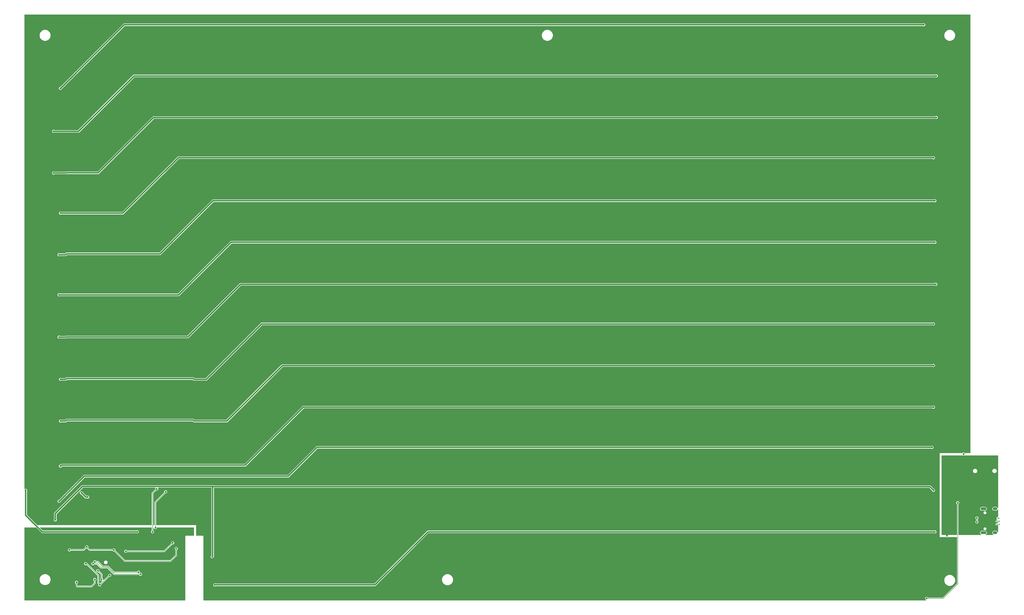
<source format=gbl>
G04 EAGLE Gerber RS-274X export*
G75*
%MOMM*%
%FSLAX34Y34*%
%LPD*%
%INBottom Copper*%
%IPPOS*%
%AMOC8*
5,1,8,0,0,1.08239X$1,22.5*%
G01*
%ADD10C,0.203200*%
%ADD11C,1.000000*%
%ADD12C,0.736600*%
%ADD13C,0.550000*%

G36*
X3253104Y2807D02*
X3253104Y2807D01*
X3253190Y2809D01*
X3253244Y2827D01*
X3253300Y2835D01*
X3253379Y2870D01*
X3253461Y2896D01*
X3253508Y2928D01*
X3253560Y2951D01*
X3253625Y3006D01*
X3253697Y3054D01*
X3253733Y3098D01*
X3253777Y3134D01*
X3253824Y3206D01*
X3253880Y3272D01*
X3253903Y3324D01*
X3253934Y3371D01*
X3253960Y3453D01*
X3253995Y3532D01*
X3254003Y3588D01*
X3254020Y3642D01*
X3254022Y3728D01*
X3254034Y3813D01*
X3254026Y3869D01*
X3254027Y3926D01*
X3254006Y4009D01*
X3253993Y4095D01*
X3253970Y4146D01*
X3253956Y4201D01*
X3253912Y4275D01*
X3253876Y4354D01*
X3253840Y4397D01*
X3253810Y4446D01*
X3253748Y4505D01*
X3253692Y4570D01*
X3253650Y4596D01*
X3253603Y4640D01*
X3253474Y4706D01*
X3253407Y4748D01*
X3251906Y5370D01*
X3250370Y6906D01*
X3249538Y8914D01*
X3249538Y11086D01*
X3250370Y13094D01*
X3251906Y14630D01*
X3253914Y15462D01*
X3256086Y15462D01*
X3258094Y14630D01*
X3259632Y13092D01*
X3259702Y13040D01*
X3259766Y12980D01*
X3259815Y12954D01*
X3259859Y12921D01*
X3259941Y12890D01*
X3260019Y12850D01*
X3260066Y12842D01*
X3260125Y12820D01*
X3260273Y12808D01*
X3260350Y12795D01*
X3313422Y12795D01*
X3313508Y12807D01*
X3313596Y12810D01*
X3313649Y12827D01*
X3313703Y12835D01*
X3313783Y12870D01*
X3313866Y12897D01*
X3313906Y12925D01*
X3313963Y12951D01*
X3314076Y13047D01*
X3314140Y13092D01*
X3364408Y63360D01*
X3364460Y63430D01*
X3364520Y63494D01*
X3364546Y63543D01*
X3364579Y63587D01*
X3364610Y63669D01*
X3364650Y63747D01*
X3364658Y63795D01*
X3364680Y63853D01*
X3364692Y64001D01*
X3364705Y64078D01*
X3364705Y230000D01*
X3364697Y230058D01*
X3364699Y230116D01*
X3364677Y230198D01*
X3364665Y230282D01*
X3364642Y230335D01*
X3364627Y230391D01*
X3364584Y230464D01*
X3364549Y230541D01*
X3364511Y230586D01*
X3364482Y230636D01*
X3364420Y230694D01*
X3364366Y230758D01*
X3364317Y230790D01*
X3364274Y230830D01*
X3364199Y230869D01*
X3364129Y230916D01*
X3364073Y230933D01*
X3364021Y230960D01*
X3363953Y230971D01*
X3363858Y231001D01*
X3363758Y231004D01*
X3363690Y231015D01*
X3331006Y231015D01*
X3330975Y231011D01*
X3330944Y231013D01*
X3330868Y230996D01*
X3330724Y230975D01*
X3330665Y230949D01*
X3330617Y230938D01*
X3329676Y230548D01*
X3327504Y230548D01*
X3326563Y230938D01*
X3326533Y230946D01*
X3326505Y230960D01*
X3326428Y230973D01*
X3326288Y231009D01*
X3326223Y231007D01*
X3326174Y231015D01*
X3302115Y231015D01*
X3302115Y533985D01*
X3383420Y533985D01*
X3383507Y533997D01*
X3383594Y534000D01*
X3383647Y534017D01*
X3383702Y534025D01*
X3383781Y534060D01*
X3383865Y534087D01*
X3383904Y534115D01*
X3383961Y534141D01*
X3384074Y534237D01*
X3384138Y534282D01*
X3385496Y535640D01*
X3387504Y536472D01*
X3389676Y536472D01*
X3391684Y535640D01*
X3393042Y534282D01*
X3393112Y534230D01*
X3393176Y534170D01*
X3393225Y534144D01*
X3393269Y534111D01*
X3393351Y534080D01*
X3393429Y534040D01*
X3393476Y534032D01*
X3393535Y534010D01*
X3393683Y533998D01*
X3393760Y533985D01*
X3412290Y533985D01*
X3412348Y533993D01*
X3412406Y533991D01*
X3412488Y534013D01*
X3412572Y534025D01*
X3412625Y534048D01*
X3412681Y534063D01*
X3412754Y534106D01*
X3412831Y534141D01*
X3412876Y534179D01*
X3412926Y534208D01*
X3412984Y534270D01*
X3413048Y534324D01*
X3413080Y534373D01*
X3413120Y534416D01*
X3413159Y534491D01*
X3413206Y534561D01*
X3413223Y534617D01*
X3413250Y534669D01*
X3413261Y534737D01*
X3413291Y534832D01*
X3413294Y534932D01*
X3413305Y535000D01*
X3413305Y2115290D01*
X3413297Y2115348D01*
X3413299Y2115406D01*
X3413277Y2115488D01*
X3413265Y2115572D01*
X3413242Y2115625D01*
X3413227Y2115681D01*
X3413184Y2115754D01*
X3413149Y2115831D01*
X3413111Y2115876D01*
X3413082Y2115926D01*
X3413020Y2115984D01*
X3412966Y2116048D01*
X3412917Y2116080D01*
X3412874Y2116120D01*
X3412799Y2116159D01*
X3412729Y2116206D01*
X3412673Y2116223D01*
X3412621Y2116250D01*
X3412553Y2116261D01*
X3412458Y2116291D01*
X3412358Y2116294D01*
X3412290Y2116305D01*
X3810Y2116305D01*
X3752Y2116297D01*
X3694Y2116299D01*
X3612Y2116277D01*
X3528Y2116265D01*
X3475Y2116242D01*
X3419Y2116227D01*
X3346Y2116184D01*
X3269Y2116149D01*
X3224Y2116111D01*
X3174Y2116082D01*
X3116Y2116020D01*
X3052Y2115966D01*
X3020Y2115917D01*
X2980Y2115874D01*
X2941Y2115799D01*
X2894Y2115729D01*
X2877Y2115673D01*
X2850Y2115621D01*
X2839Y2115553D01*
X2809Y2115458D01*
X2806Y2115358D01*
X2795Y2115290D01*
X2795Y405470D01*
X2799Y405440D01*
X2796Y405411D01*
X2819Y405300D01*
X2835Y405188D01*
X2847Y405161D01*
X2853Y405132D01*
X2905Y405032D01*
X2951Y404929D01*
X2970Y404906D01*
X2984Y404880D01*
X3062Y404798D01*
X3134Y404712D01*
X3159Y404695D01*
X3180Y404674D01*
X3277Y404617D01*
X3371Y404554D01*
X3400Y404545D01*
X3425Y404530D01*
X3534Y404503D01*
X3642Y404469D01*
X3672Y404468D01*
X3701Y404460D01*
X3813Y404464D01*
X3926Y404461D01*
X3955Y404469D01*
X3985Y404470D01*
X4092Y404505D01*
X4201Y404533D01*
X4227Y404548D01*
X4255Y404557D01*
X4290Y404582D01*
X6414Y405462D01*
X8586Y405462D01*
X10594Y404630D01*
X12130Y403094D01*
X12962Y401086D01*
X12962Y398914D01*
X12106Y396848D01*
X12098Y396818D01*
X12084Y396790D01*
X12071Y396713D01*
X12035Y396572D01*
X12037Y396508D01*
X12029Y396459D01*
X12029Y312296D01*
X12041Y312210D01*
X12044Y312122D01*
X12061Y312070D01*
X12069Y312015D01*
X12104Y311935D01*
X12131Y311852D01*
X12159Y311813D01*
X12185Y311755D01*
X12281Y311642D01*
X12326Y311579D01*
X49622Y274282D01*
X49692Y274230D01*
X49756Y274170D01*
X49806Y274144D01*
X49850Y274111D01*
X49931Y274080D01*
X50009Y274040D01*
X50057Y274032D01*
X50115Y274010D01*
X50263Y273998D01*
X50340Y273985D01*
X461190Y273985D01*
X461248Y273993D01*
X461306Y273991D01*
X461388Y274013D01*
X461472Y274025D01*
X461525Y274049D01*
X461581Y274063D01*
X461654Y274106D01*
X461731Y274141D01*
X461776Y274179D01*
X461826Y274209D01*
X461884Y274270D01*
X461948Y274325D01*
X461980Y274373D01*
X462020Y274416D01*
X462059Y274491D01*
X462106Y274561D01*
X462123Y274617D01*
X462150Y274669D01*
X462161Y274737D01*
X462191Y274832D01*
X462194Y274932D01*
X462205Y275000D01*
X462205Y391158D01*
X474241Y403193D01*
X474293Y403263D01*
X474353Y403327D01*
X474379Y403376D01*
X474412Y403420D01*
X474443Y403502D01*
X474483Y403580D01*
X474491Y403628D01*
X474513Y403686D01*
X474525Y403834D01*
X474538Y403911D01*
X474538Y406086D01*
X475359Y408067D01*
X475388Y408179D01*
X475422Y408288D01*
X475423Y408316D01*
X475430Y408343D01*
X475427Y408457D01*
X475429Y408572D01*
X475422Y408599D01*
X475422Y408627D01*
X475387Y408736D01*
X475358Y408847D01*
X475344Y408871D01*
X475335Y408898D01*
X475271Y408993D01*
X475212Y409092D01*
X475192Y409111D01*
X475177Y409134D01*
X475089Y409208D01*
X475005Y409286D01*
X474980Y409299D01*
X474959Y409317D01*
X474854Y409363D01*
X474752Y409416D01*
X474727Y409420D01*
X474699Y409432D01*
X474436Y409469D01*
X474421Y409471D01*
X214346Y409471D01*
X214260Y409459D01*
X214172Y409456D01*
X214120Y409439D01*
X214065Y409431D01*
X213985Y409396D01*
X213902Y409369D01*
X213863Y409341D01*
X213805Y409315D01*
X213692Y409219D01*
X213629Y409174D01*
X118876Y314421D01*
X118824Y314352D01*
X118764Y314288D01*
X118738Y314238D01*
X118705Y314194D01*
X118674Y314113D01*
X118634Y314035D01*
X118626Y313987D01*
X118604Y313929D01*
X118592Y313781D01*
X118579Y313704D01*
X118579Y297041D01*
X118583Y297010D01*
X118581Y296979D01*
X118598Y296903D01*
X118619Y296759D01*
X118645Y296701D01*
X118656Y296652D01*
X119512Y294586D01*
X119512Y292414D01*
X118680Y290406D01*
X117144Y288870D01*
X115136Y288038D01*
X112964Y288038D01*
X110956Y288870D01*
X109420Y290406D01*
X108588Y292414D01*
X108588Y294586D01*
X109444Y296652D01*
X109452Y296682D01*
X109466Y296710D01*
X109479Y296787D01*
X109515Y296928D01*
X109513Y296992D01*
X109521Y297041D01*
X109521Y317876D01*
X210174Y418529D01*
X683376Y418529D01*
X684079Y417826D01*
X684148Y417774D01*
X684212Y417714D01*
X684262Y417688D01*
X684306Y417655D01*
X684387Y417624D01*
X684465Y417584D01*
X684513Y417576D01*
X684571Y417554D01*
X684719Y417542D01*
X684796Y417529D01*
X3268876Y417529D01*
X3271826Y414579D01*
X3280699Y405706D01*
X3280723Y405687D01*
X3280743Y405664D01*
X3280810Y405622D01*
X3280926Y405535D01*
X3280986Y405512D01*
X3281028Y405486D01*
X3283094Y404630D01*
X3284630Y403094D01*
X3285462Y401086D01*
X3285462Y398914D01*
X3284630Y396906D01*
X3283094Y395370D01*
X3281086Y394538D01*
X3278914Y394538D01*
X3276906Y395370D01*
X3275370Y396906D01*
X3274514Y398972D01*
X3274498Y398999D01*
X3274489Y399028D01*
X3274443Y399092D01*
X3274370Y399217D01*
X3274323Y399261D01*
X3274294Y399301D01*
X3265421Y408174D01*
X3265352Y408226D01*
X3265288Y408286D01*
X3265238Y408312D01*
X3265194Y408345D01*
X3265113Y408376D01*
X3265035Y408416D01*
X3264987Y408424D01*
X3264929Y408446D01*
X3264781Y408458D01*
X3264704Y408471D01*
X687044Y408471D01*
X686986Y408463D01*
X686928Y408465D01*
X686846Y408443D01*
X686762Y408431D01*
X686709Y408408D01*
X686653Y408393D01*
X686580Y408350D01*
X686503Y408315D01*
X686458Y408277D01*
X686408Y408248D01*
X686350Y408186D01*
X686286Y408132D01*
X686254Y408083D01*
X686214Y408040D01*
X686175Y407965D01*
X686128Y407895D01*
X686111Y407839D01*
X686084Y407787D01*
X686073Y407719D01*
X686043Y407624D01*
X686040Y407524D01*
X686029Y407456D01*
X686029Y159624D01*
X685706Y159301D01*
X685687Y159277D01*
X685664Y159257D01*
X685622Y159190D01*
X685535Y159074D01*
X685512Y159014D01*
X685486Y158972D01*
X684630Y156906D01*
X683094Y155370D01*
X681086Y154538D01*
X678914Y154538D01*
X676906Y155370D01*
X675370Y156906D01*
X674538Y158914D01*
X674538Y161086D01*
X675370Y163094D01*
X676674Y164398D01*
X676726Y164468D01*
X676786Y164532D01*
X676812Y164581D01*
X676845Y164625D01*
X676876Y164707D01*
X676916Y164785D01*
X676924Y164832D01*
X676946Y164891D01*
X676958Y165039D01*
X676971Y165116D01*
X676971Y408456D01*
X676963Y408514D01*
X676965Y408572D01*
X676943Y408654D01*
X676931Y408738D01*
X676908Y408791D01*
X676893Y408847D01*
X676850Y408920D01*
X676815Y408997D01*
X676777Y409042D01*
X676748Y409092D01*
X676686Y409150D01*
X676632Y409214D01*
X676583Y409246D01*
X676540Y409286D01*
X676465Y409325D01*
X676395Y409372D01*
X676339Y409389D01*
X676287Y409416D01*
X676219Y409427D01*
X676124Y409457D01*
X676024Y409460D01*
X675956Y409471D01*
X485579Y409471D01*
X485465Y409455D01*
X485351Y409445D01*
X485325Y409435D01*
X485298Y409431D01*
X485193Y409384D01*
X485086Y409343D01*
X485063Y409327D01*
X485038Y409315D01*
X484951Y409241D01*
X484859Y409172D01*
X484842Y409149D01*
X484821Y409132D01*
X484758Y409036D01*
X484689Y408944D01*
X484679Y408918D01*
X484664Y408895D01*
X484629Y408785D01*
X484588Y408678D01*
X484586Y408650D01*
X484578Y408624D01*
X484575Y408509D01*
X484566Y408395D01*
X484571Y408370D01*
X484571Y408340D01*
X484638Y408083D01*
X484641Y408067D01*
X485462Y406086D01*
X485462Y403914D01*
X484630Y401906D01*
X483094Y400370D01*
X481086Y399538D01*
X478911Y399538D01*
X478825Y399526D01*
X478737Y399523D01*
X478684Y399506D01*
X478630Y399498D01*
X478550Y399463D01*
X478467Y399436D01*
X478427Y399408D01*
X478370Y399382D01*
X478257Y399286D01*
X478193Y399241D01*
X468092Y389140D01*
X468040Y389070D01*
X467980Y389006D01*
X467954Y388957D01*
X467921Y388913D01*
X467890Y388831D01*
X467850Y388753D01*
X467842Y388705D01*
X467820Y388647D01*
X467808Y388499D01*
X467795Y388422D01*
X467795Y275000D01*
X467803Y274942D01*
X467801Y274884D01*
X467823Y274802D01*
X467835Y274719D01*
X467858Y274665D01*
X467873Y274609D01*
X467916Y274536D01*
X467951Y274459D01*
X467989Y274414D01*
X468018Y274364D01*
X468080Y274306D01*
X468134Y274242D01*
X468183Y274210D01*
X468226Y274170D01*
X468301Y274131D01*
X468371Y274085D01*
X468427Y274067D01*
X468479Y274040D01*
X468547Y274029D01*
X468642Y273999D01*
X468742Y273996D01*
X468810Y273985D01*
X471190Y273985D01*
X471248Y273993D01*
X471306Y273991D01*
X471388Y274013D01*
X471472Y274025D01*
X471525Y274049D01*
X471581Y274063D01*
X471654Y274106D01*
X471731Y274141D01*
X471776Y274179D01*
X471826Y274209D01*
X471884Y274270D01*
X471948Y274325D01*
X471980Y274373D01*
X472020Y274416D01*
X472059Y274491D01*
X472106Y274561D01*
X472123Y274617D01*
X472150Y274669D01*
X472161Y274737D01*
X472191Y274832D01*
X472194Y274932D01*
X472205Y275000D01*
X472205Y358158D01*
X506741Y392693D01*
X506793Y392763D01*
X506853Y392827D01*
X506879Y392876D01*
X506912Y392920D01*
X506943Y393002D01*
X506983Y393080D01*
X506991Y393128D01*
X507013Y393186D01*
X507025Y393334D01*
X507038Y393411D01*
X507038Y395586D01*
X507870Y397594D01*
X509406Y399130D01*
X511414Y399962D01*
X513586Y399962D01*
X515594Y399130D01*
X517130Y397594D01*
X517962Y395586D01*
X517962Y393414D01*
X517130Y391406D01*
X515594Y389870D01*
X513586Y389038D01*
X511411Y389038D01*
X511325Y389026D01*
X511237Y389023D01*
X511184Y389006D01*
X511130Y388998D01*
X511050Y388963D01*
X510967Y388936D01*
X510927Y388908D01*
X510870Y388882D01*
X510757Y388786D01*
X510693Y388741D01*
X478092Y356140D01*
X478040Y356070D01*
X477980Y356006D01*
X477954Y355957D01*
X477921Y355913D01*
X477890Y355831D01*
X477850Y355753D01*
X477842Y355705D01*
X477820Y355647D01*
X477808Y355499D01*
X477795Y355422D01*
X477795Y275000D01*
X477803Y274942D01*
X477801Y274884D01*
X477823Y274802D01*
X477835Y274719D01*
X477858Y274665D01*
X477873Y274609D01*
X477916Y274536D01*
X477951Y274459D01*
X477989Y274414D01*
X478018Y274364D01*
X478080Y274306D01*
X478134Y274242D01*
X478183Y274210D01*
X478226Y274170D01*
X478301Y274131D01*
X478371Y274085D01*
X478427Y274067D01*
X478479Y274040D01*
X478547Y274029D01*
X478642Y273999D01*
X478742Y273996D01*
X478810Y273985D01*
X622035Y273985D01*
X622035Y237010D01*
X622043Y236952D01*
X622041Y236894D01*
X622063Y236812D01*
X622075Y236728D01*
X622099Y236675D01*
X622113Y236619D01*
X622156Y236546D01*
X622191Y236469D01*
X622229Y236424D01*
X622259Y236374D01*
X622320Y236316D01*
X622375Y236252D01*
X622423Y236220D01*
X622466Y236180D01*
X622541Y236141D01*
X622611Y236094D01*
X622667Y236077D01*
X622719Y236050D01*
X622787Y236039D01*
X622882Y236009D01*
X622982Y236006D01*
X623050Y235995D01*
X646478Y235995D01*
X648115Y234358D01*
X648115Y3810D01*
X648123Y3752D01*
X648121Y3694D01*
X648143Y3612D01*
X648155Y3528D01*
X648178Y3475D01*
X648193Y3419D01*
X648236Y3346D01*
X648271Y3269D01*
X648309Y3224D01*
X648338Y3174D01*
X648400Y3116D01*
X648454Y3052D01*
X648503Y3020D01*
X648546Y2980D01*
X648621Y2941D01*
X648691Y2894D01*
X648747Y2877D01*
X648799Y2850D01*
X648867Y2839D01*
X648962Y2809D01*
X649062Y2806D01*
X649130Y2795D01*
X3253019Y2795D01*
X3253104Y2807D01*
G37*
G36*
X581878Y2803D02*
X581878Y2803D01*
X581936Y2801D01*
X582018Y2823D01*
X582102Y2835D01*
X582155Y2858D01*
X582211Y2873D01*
X582284Y2916D01*
X582361Y2951D01*
X582406Y2989D01*
X582456Y3018D01*
X582514Y3080D01*
X582578Y3134D01*
X582610Y3183D01*
X582650Y3226D01*
X582689Y3301D01*
X582736Y3371D01*
X582753Y3427D01*
X582780Y3479D01*
X582791Y3547D01*
X582821Y3642D01*
X582824Y3742D01*
X582835Y3810D01*
X582835Y234358D01*
X584472Y235995D01*
X613050Y235995D01*
X613108Y236003D01*
X613166Y236001D01*
X613248Y236023D01*
X613332Y236035D01*
X613385Y236058D01*
X613441Y236073D01*
X613514Y236116D01*
X613591Y236151D01*
X613636Y236189D01*
X613686Y236218D01*
X613744Y236280D01*
X613808Y236334D01*
X613840Y236383D01*
X613880Y236426D01*
X613919Y236501D01*
X613966Y236571D01*
X613983Y236627D01*
X614010Y236679D01*
X614021Y236747D01*
X614051Y236842D01*
X614054Y236942D01*
X614065Y237010D01*
X614065Y265000D01*
X614057Y265058D01*
X614059Y265116D01*
X614037Y265198D01*
X614025Y265282D01*
X614002Y265335D01*
X613987Y265391D01*
X613944Y265464D01*
X613909Y265541D01*
X613871Y265586D01*
X613842Y265636D01*
X613780Y265694D01*
X613726Y265758D01*
X613677Y265790D01*
X613634Y265830D01*
X613559Y265869D01*
X613489Y265916D01*
X613433Y265933D01*
X613381Y265960D01*
X613313Y265971D01*
X613218Y266001D01*
X613118Y266004D01*
X613050Y266015D01*
X481477Y266015D01*
X481419Y266007D01*
X481361Y266009D01*
X481279Y265987D01*
X481195Y265975D01*
X481142Y265952D01*
X481086Y265937D01*
X481013Y265894D01*
X480936Y265859D01*
X480891Y265821D01*
X480841Y265792D01*
X480783Y265730D01*
X480719Y265676D01*
X480687Y265627D01*
X480647Y265584D01*
X480608Y265509D01*
X480561Y265439D01*
X480544Y265383D01*
X480517Y265331D01*
X480506Y265263D01*
X480476Y265168D01*
X480473Y265068D01*
X480462Y265000D01*
X480462Y263914D01*
X479630Y261906D01*
X478094Y260370D01*
X476086Y259538D01*
X473914Y259538D01*
X471906Y260370D01*
X470370Y261906D01*
X469748Y263407D01*
X469704Y263481D01*
X469669Y263560D01*
X469632Y263603D01*
X469603Y263652D01*
X469541Y263711D01*
X469485Y263777D01*
X469438Y263808D01*
X469397Y263847D01*
X469320Y263887D01*
X469249Y263934D01*
X469195Y263952D01*
X469144Y263978D01*
X469060Y263994D01*
X468978Y264020D01*
X468921Y264022D01*
X468865Y264033D01*
X468780Y264025D01*
X468694Y264027D01*
X468639Y264013D01*
X468582Y264008D01*
X468502Y263977D01*
X468419Y263956D01*
X468370Y263927D01*
X468317Y263906D01*
X468248Y263854D01*
X468174Y263810D01*
X468135Y263769D01*
X468090Y263735D01*
X468038Y263666D01*
X467980Y263603D01*
X467954Y263552D01*
X467920Y263507D01*
X467889Y263426D01*
X467850Y263350D01*
X467842Y263301D01*
X467819Y263241D01*
X467808Y263096D01*
X467795Y263019D01*
X467795Y255350D01*
X467807Y255263D01*
X467810Y255176D01*
X467827Y255123D01*
X467835Y255068D01*
X467870Y254989D01*
X467897Y254905D01*
X467925Y254866D01*
X467951Y254809D01*
X468047Y254696D01*
X468092Y254632D01*
X469630Y253094D01*
X470462Y251086D01*
X470462Y248914D01*
X469630Y246906D01*
X468094Y245370D01*
X466086Y244538D01*
X463914Y244538D01*
X461906Y245370D01*
X460370Y246906D01*
X459538Y248914D01*
X459538Y251086D01*
X460370Y253094D01*
X461908Y254632D01*
X461960Y254702D01*
X462020Y254766D01*
X462046Y254815D01*
X462079Y254859D01*
X462110Y254941D01*
X462150Y255019D01*
X462158Y255066D01*
X462180Y255125D01*
X462192Y255273D01*
X462205Y255350D01*
X462205Y265000D01*
X462197Y265058D01*
X462199Y265116D01*
X462177Y265198D01*
X462165Y265282D01*
X462142Y265335D01*
X462127Y265391D01*
X462084Y265464D01*
X462049Y265541D01*
X462011Y265586D01*
X461982Y265636D01*
X461920Y265694D01*
X461866Y265758D01*
X461817Y265790D01*
X461774Y265830D01*
X461699Y265869D01*
X461629Y265916D01*
X461573Y265933D01*
X461521Y265960D01*
X461453Y265971D01*
X461358Y266001D01*
X461258Y266004D01*
X461190Y266015D01*
X60340Y266015D01*
X60311Y266011D01*
X60282Y266014D01*
X60171Y265991D01*
X60059Y265975D01*
X60032Y265963D01*
X60003Y265958D01*
X59903Y265906D01*
X59799Y265859D01*
X59777Y265840D01*
X59751Y265827D01*
X59669Y265749D01*
X59582Y265676D01*
X59566Y265651D01*
X59545Y265631D01*
X59488Y265533D01*
X59425Y265439D01*
X59416Y265411D01*
X59401Y265386D01*
X59373Y265276D01*
X59339Y265168D01*
X59338Y265138D01*
X59331Y265110D01*
X59335Y264997D01*
X59332Y264884D01*
X59339Y264855D01*
X59340Y264826D01*
X59375Y264718D01*
X59404Y264609D01*
X59419Y264583D01*
X59428Y264555D01*
X59473Y264492D01*
X59549Y264364D01*
X59595Y264321D01*
X59622Y264282D01*
X69079Y254826D01*
X69148Y254774D01*
X69212Y254714D01*
X69262Y254688D01*
X69306Y254655D01*
X69387Y254624D01*
X69465Y254584D01*
X69513Y254576D01*
X69571Y254554D01*
X69719Y254542D01*
X69796Y254529D01*
X406459Y254529D01*
X406490Y254533D01*
X406521Y254531D01*
X406597Y254548D01*
X406741Y254569D01*
X406799Y254595D01*
X406848Y254606D01*
X408914Y255462D01*
X411086Y255462D01*
X413094Y254630D01*
X414630Y253094D01*
X415462Y251086D01*
X415462Y248914D01*
X414630Y246906D01*
X413094Y245370D01*
X411086Y244538D01*
X408914Y244538D01*
X406848Y245394D01*
X406818Y245402D01*
X406790Y245416D01*
X406713Y245429D01*
X406572Y245465D01*
X406508Y245463D01*
X406459Y245471D01*
X65624Y245471D01*
X62674Y248421D01*
X45378Y265718D01*
X45308Y265770D01*
X45244Y265830D01*
X45195Y265856D01*
X45150Y265889D01*
X45069Y265920D01*
X44991Y265960D01*
X44943Y265968D01*
X44885Y265990D01*
X44737Y266002D01*
X44660Y266015D01*
X3810Y266015D01*
X3752Y266007D01*
X3694Y266009D01*
X3612Y265987D01*
X3528Y265975D01*
X3475Y265952D01*
X3419Y265937D01*
X3346Y265894D01*
X3269Y265859D01*
X3224Y265821D01*
X3174Y265792D01*
X3116Y265730D01*
X3052Y265676D01*
X3020Y265627D01*
X2980Y265584D01*
X2941Y265509D01*
X2894Y265439D01*
X2877Y265383D01*
X2850Y265331D01*
X2839Y265263D01*
X2809Y265168D01*
X2806Y265068D01*
X2795Y265000D01*
X2795Y3810D01*
X2803Y3752D01*
X2801Y3694D01*
X2823Y3612D01*
X2835Y3528D01*
X2858Y3475D01*
X2873Y3419D01*
X2916Y3346D01*
X2951Y3269D01*
X2989Y3224D01*
X3018Y3174D01*
X3080Y3116D01*
X3134Y3052D01*
X3183Y3020D01*
X3226Y2980D01*
X3301Y2941D01*
X3371Y2894D01*
X3427Y2877D01*
X3479Y2850D01*
X3547Y2839D01*
X3642Y2809D01*
X3742Y2806D01*
X3810Y2795D01*
X581820Y2795D01*
X581878Y2803D01*
G37*
G36*
X3450800Y238985D02*
X3450800Y238985D01*
X3450885Y238997D01*
X3450971Y238999D01*
X3451025Y239017D01*
X3451081Y239025D01*
X3451160Y239060D01*
X3451242Y239086D01*
X3451289Y239118D01*
X3451341Y239141D01*
X3451407Y239196D01*
X3451478Y239244D01*
X3451514Y239288D01*
X3451558Y239325D01*
X3451606Y239396D01*
X3451661Y239462D01*
X3451684Y239514D01*
X3451715Y239561D01*
X3451741Y239643D01*
X3451776Y239722D01*
X3451784Y239778D01*
X3451801Y239832D01*
X3451803Y239918D01*
X3451815Y240003D01*
X3451807Y240060D01*
X3451809Y240116D01*
X3451787Y240199D01*
X3451775Y240285D01*
X3451751Y240336D01*
X3451737Y240391D01*
X3451693Y240465D01*
X3451657Y240544D01*
X3451621Y240587D01*
X3451591Y240636D01*
X3451529Y240695D01*
X3451473Y240760D01*
X3451431Y240786D01*
X3451384Y240830D01*
X3451255Y240896D01*
X3451188Y240938D01*
X3450910Y241053D01*
X3449003Y242960D01*
X3447971Y245452D01*
X3447971Y248148D01*
X3449003Y250640D01*
X3450910Y252547D01*
X3453402Y253579D01*
X3467098Y253579D01*
X3469590Y252547D01*
X3471497Y250640D01*
X3472529Y248148D01*
X3472529Y245452D01*
X3471497Y242960D01*
X3469590Y241053D01*
X3469312Y240938D01*
X3469238Y240894D01*
X3469159Y240859D01*
X3469116Y240822D01*
X3469067Y240794D01*
X3469008Y240731D01*
X3468942Y240676D01*
X3468911Y240628D01*
X3468872Y240587D01*
X3468832Y240510D01*
X3468785Y240439D01*
X3468767Y240385D01*
X3468741Y240334D01*
X3468725Y240250D01*
X3468699Y240168D01*
X3468697Y240111D01*
X3468686Y240055D01*
X3468694Y239970D01*
X3468691Y239884D01*
X3468706Y239829D01*
X3468711Y239772D01*
X3468742Y239692D01*
X3468763Y239609D01*
X3468792Y239560D01*
X3468813Y239507D01*
X3468865Y239438D01*
X3468909Y239364D01*
X3468950Y239325D01*
X3468984Y239280D01*
X3469053Y239228D01*
X3469116Y239170D01*
X3469166Y239144D01*
X3469212Y239110D01*
X3469292Y239079D01*
X3469369Y239040D01*
X3469418Y239032D01*
X3469478Y239009D01*
X3469623Y238998D01*
X3469700Y238985D01*
X3495100Y238985D01*
X3495185Y238997D01*
X3495271Y238999D01*
X3495325Y239017D01*
X3495381Y239025D01*
X3495460Y239060D01*
X3495542Y239086D01*
X3495589Y239118D01*
X3495641Y239141D01*
X3495707Y239196D01*
X3495778Y239244D01*
X3495814Y239288D01*
X3495858Y239325D01*
X3495906Y239396D01*
X3495961Y239462D01*
X3495984Y239514D01*
X3496015Y239561D01*
X3496041Y239643D01*
X3496076Y239722D01*
X3496084Y239778D01*
X3496101Y239832D01*
X3496103Y239918D01*
X3496115Y240003D01*
X3496107Y240060D01*
X3496109Y240116D01*
X3496087Y240199D01*
X3496075Y240285D01*
X3496051Y240336D01*
X3496037Y240391D01*
X3495993Y240465D01*
X3495957Y240544D01*
X3495921Y240587D01*
X3495891Y240636D01*
X3495829Y240695D01*
X3495773Y240760D01*
X3495731Y240786D01*
X3495684Y240830D01*
X3495555Y240896D01*
X3495488Y240938D01*
X3495210Y241053D01*
X3493303Y242960D01*
X3492271Y245452D01*
X3492271Y248148D01*
X3493303Y250640D01*
X3495210Y252547D01*
X3497702Y253579D01*
X3506398Y253579D01*
X3508890Y252547D01*
X3510797Y250640D01*
X3511352Y249299D01*
X3511396Y249225D01*
X3511431Y249147D01*
X3511468Y249103D01*
X3511497Y249054D01*
X3511559Y248995D01*
X3511615Y248930D01*
X3511662Y248898D01*
X3511703Y248859D01*
X3511780Y248820D01*
X3511851Y248772D01*
X3511905Y248755D01*
X3511956Y248729D01*
X3512040Y248712D01*
X3512122Y248686D01*
X3512179Y248685D01*
X3512235Y248674D01*
X3512320Y248681D01*
X3512406Y248679D01*
X3512461Y248693D01*
X3512518Y248698D01*
X3512599Y248729D01*
X3512681Y248751D01*
X3512730Y248780D01*
X3512783Y248800D01*
X3512852Y248852D01*
X3512926Y248896D01*
X3512965Y248938D01*
X3513010Y248972D01*
X3513062Y249041D01*
X3513120Y249103D01*
X3513146Y249154D01*
X3513180Y249200D01*
X3513211Y249280D01*
X3513250Y249357D01*
X3513258Y249405D01*
X3513281Y249466D01*
X3513292Y249610D01*
X3513305Y249688D01*
X3513305Y273216D01*
X3513297Y273274D01*
X3513299Y273333D01*
X3513277Y273414D01*
X3513265Y273498D01*
X3513242Y273551D01*
X3513227Y273608D01*
X3513184Y273680D01*
X3513149Y273757D01*
X3513111Y273802D01*
X3513082Y273852D01*
X3513020Y273910D01*
X3512966Y273974D01*
X3512917Y274007D01*
X3512874Y274047D01*
X3512799Y274085D01*
X3512729Y274132D01*
X3512673Y274150D01*
X3512621Y274176D01*
X3512553Y274188D01*
X3512458Y274218D01*
X3512358Y274220D01*
X3512290Y274232D01*
X3507217Y274232D01*
X3507154Y274223D01*
X3507105Y274225D01*
X3506123Y274116D01*
X3506059Y274154D01*
X3506029Y274162D01*
X3506001Y274176D01*
X3505923Y274189D01*
X3505880Y274200D01*
X3505179Y274901D01*
X3505128Y274939D01*
X3505095Y274976D01*
X3504324Y275593D01*
X3504305Y275665D01*
X3504289Y275692D01*
X3504280Y275722D01*
X3504234Y275786D01*
X3504211Y275825D01*
X3504211Y276815D01*
X3504202Y276879D01*
X3504205Y276927D01*
X3504096Y277910D01*
X3504134Y277973D01*
X3504141Y278004D01*
X3504156Y278032D01*
X3504169Y278109D01*
X3504180Y278153D01*
X3504881Y278853D01*
X3504914Y278898D01*
X3504939Y278919D01*
X3504945Y278928D01*
X3504956Y278937D01*
X3507918Y282640D01*
X3510219Y282895D01*
X3511656Y281745D01*
X3511755Y281687D01*
X3511851Y281623D01*
X3511877Y281614D01*
X3511900Y281601D01*
X3512012Y281572D01*
X3512122Y281537D01*
X3512149Y281536D01*
X3512176Y281529D01*
X3512291Y281533D01*
X3512406Y281530D01*
X3512433Y281536D01*
X3512460Y281537D01*
X3512570Y281572D01*
X3512681Y281601D01*
X3512705Y281615D01*
X3512731Y281624D01*
X3512827Y281688D01*
X3512926Y281747D01*
X3512944Y281766D01*
X3512967Y281782D01*
X3513041Y281870D01*
X3513120Y281954D01*
X3513133Y281978D01*
X3513150Y281999D01*
X3513197Y282104D01*
X3513250Y282207D01*
X3513254Y282231D01*
X3513266Y282259D01*
X3513304Y282528D01*
X3513305Y282538D01*
X3513305Y284646D01*
X3513297Y284704D01*
X3513299Y284763D01*
X3513277Y284844D01*
X3513265Y284928D01*
X3513242Y284981D01*
X3513227Y285038D01*
X3513184Y285110D01*
X3513149Y285187D01*
X3513111Y285232D01*
X3513082Y285282D01*
X3513020Y285340D01*
X3512966Y285404D01*
X3512917Y285437D01*
X3512874Y285477D01*
X3512799Y285515D01*
X3512729Y285562D01*
X3512673Y285580D01*
X3512621Y285606D01*
X3512553Y285618D01*
X3512458Y285648D01*
X3512358Y285650D01*
X3512290Y285662D01*
X3507217Y285662D01*
X3507154Y285653D01*
X3507105Y285655D01*
X3506123Y285546D01*
X3506059Y285584D01*
X3506029Y285592D01*
X3506001Y285606D01*
X3505923Y285619D01*
X3505880Y285630D01*
X3505179Y286331D01*
X3505128Y286369D01*
X3505095Y286406D01*
X3504324Y287023D01*
X3504305Y287095D01*
X3504289Y287122D01*
X3504280Y287152D01*
X3504234Y287216D01*
X3504211Y287255D01*
X3504211Y288245D01*
X3504202Y288309D01*
X3504205Y288357D01*
X3504096Y289340D01*
X3504134Y289403D01*
X3504141Y289434D01*
X3504156Y289462D01*
X3504169Y289539D01*
X3504180Y289583D01*
X3504881Y290283D01*
X3504919Y290334D01*
X3504956Y290367D01*
X3507902Y294050D01*
X3507928Y294095D01*
X3507962Y294134D01*
X3508000Y294216D01*
X3508046Y294294D01*
X3508059Y294345D01*
X3508081Y294392D01*
X3508095Y294482D01*
X3508118Y294569D01*
X3508116Y294622D01*
X3508124Y294673D01*
X3508113Y294745D01*
X3508110Y294854D01*
X3508082Y294941D01*
X3508072Y295005D01*
X3507545Y296587D01*
X3508396Y298289D01*
X3508401Y298305D01*
X3508410Y298320D01*
X3508446Y298440D01*
X3508486Y298559D01*
X3508487Y298576D01*
X3508492Y298592D01*
X3508493Y298718D01*
X3508498Y298843D01*
X3508494Y298859D01*
X3508494Y298876D01*
X3508473Y298945D01*
X3508431Y299119D01*
X3508407Y299161D01*
X3508396Y299197D01*
X3507545Y300900D01*
X3508277Y303096D01*
X3510348Y304131D01*
X3511969Y303591D01*
X3512047Y303577D01*
X3512122Y303553D01*
X3512186Y303551D01*
X3512249Y303540D01*
X3512327Y303548D01*
X3512406Y303545D01*
X3512468Y303562D01*
X3512531Y303568D01*
X3512605Y303597D01*
X3512681Y303617D01*
X3512736Y303650D01*
X3512795Y303674D01*
X3512858Y303722D01*
X3512926Y303763D01*
X3512969Y303809D01*
X3513020Y303848D01*
X3513066Y303912D01*
X3513120Y303970D01*
X3513149Y304027D01*
X3513187Y304078D01*
X3513214Y304153D01*
X3513250Y304223D01*
X3513259Y304277D01*
X3513284Y304345D01*
X3513292Y304477D01*
X3513305Y304554D01*
X3513305Y330312D01*
X3513293Y330397D01*
X3513291Y330483D01*
X3513273Y330538D01*
X3513265Y330594D01*
X3513230Y330672D01*
X3513204Y330754D01*
X3513172Y330801D01*
X3513149Y330853D01*
X3513094Y330919D01*
X3513046Y330990D01*
X3513002Y331027D01*
X3512966Y331070D01*
X3512894Y331118D01*
X3512828Y331173D01*
X3512776Y331196D01*
X3512729Y331228D01*
X3512647Y331254D01*
X3512568Y331289D01*
X3512512Y331296D01*
X3512458Y331314D01*
X3512372Y331316D01*
X3512287Y331328D01*
X3512231Y331319D01*
X3512174Y331321D01*
X3512091Y331299D01*
X3512005Y331287D01*
X3511954Y331263D01*
X3511899Y331249D01*
X3511825Y331205D01*
X3511746Y331170D01*
X3511703Y331133D01*
X3511654Y331104D01*
X3511595Y331041D01*
X3511530Y330985D01*
X3511504Y330944D01*
X3511460Y330897D01*
X3511394Y330767D01*
X3511352Y330701D01*
X3510797Y329360D01*
X3508890Y327453D01*
X3506398Y326421D01*
X3497702Y326421D01*
X3495210Y327453D01*
X3493303Y329360D01*
X3492271Y331852D01*
X3492271Y334548D01*
X3493303Y337040D01*
X3495210Y338947D01*
X3497702Y339979D01*
X3506398Y339979D01*
X3508890Y338947D01*
X3510797Y337040D01*
X3511352Y335699D01*
X3511396Y335625D01*
X3511431Y335547D01*
X3511468Y335503D01*
X3511497Y335454D01*
X3511559Y335395D01*
X3511615Y335330D01*
X3511662Y335298D01*
X3511703Y335259D01*
X3511780Y335220D01*
X3511851Y335172D01*
X3511905Y335155D01*
X3511956Y335129D01*
X3512040Y335112D01*
X3512122Y335086D01*
X3512179Y335085D01*
X3512235Y335074D01*
X3512320Y335081D01*
X3512406Y335079D01*
X3512461Y335093D01*
X3512518Y335098D01*
X3512599Y335129D01*
X3512681Y335151D01*
X3512730Y335180D01*
X3512783Y335200D01*
X3512852Y335252D01*
X3512926Y335296D01*
X3512965Y335338D01*
X3513010Y335372D01*
X3513062Y335441D01*
X3513120Y335503D01*
X3513146Y335554D01*
X3513180Y335600D01*
X3513211Y335680D01*
X3513250Y335757D01*
X3513258Y335805D01*
X3513281Y335866D01*
X3513292Y336010D01*
X3513305Y336088D01*
X3513305Y525000D01*
X3513297Y525058D01*
X3513299Y525116D01*
X3513277Y525198D01*
X3513265Y525282D01*
X3513242Y525335D01*
X3513227Y525391D01*
X3513184Y525464D01*
X3513149Y525541D01*
X3513111Y525586D01*
X3513082Y525636D01*
X3513020Y525694D01*
X3512966Y525758D01*
X3512917Y525790D01*
X3512874Y525830D01*
X3512799Y525869D01*
X3512729Y525916D01*
X3512673Y525933D01*
X3512621Y525960D01*
X3512553Y525971D01*
X3512458Y526001D01*
X3512358Y526004D01*
X3512290Y526015D01*
X3310000Y526015D01*
X3309942Y526007D01*
X3309884Y526009D01*
X3309802Y525987D01*
X3309719Y525975D01*
X3309665Y525952D01*
X3309609Y525937D01*
X3309536Y525894D01*
X3309459Y525859D01*
X3309414Y525821D01*
X3309364Y525792D01*
X3309306Y525730D01*
X3309242Y525676D01*
X3309210Y525627D01*
X3309170Y525584D01*
X3309131Y525509D01*
X3309085Y525439D01*
X3309067Y525383D01*
X3309040Y525331D01*
X3309029Y525263D01*
X3308999Y525168D01*
X3308996Y525068D01*
X3308985Y525000D01*
X3308985Y240000D01*
X3308993Y239942D01*
X3308991Y239884D01*
X3309013Y239802D01*
X3309025Y239719D01*
X3309049Y239665D01*
X3309063Y239609D01*
X3309106Y239536D01*
X3309141Y239459D01*
X3309179Y239414D01*
X3309209Y239364D01*
X3309270Y239306D01*
X3309325Y239242D01*
X3309373Y239210D01*
X3309416Y239170D01*
X3309491Y239131D01*
X3309561Y239085D01*
X3309617Y239067D01*
X3309669Y239040D01*
X3309737Y239029D01*
X3309832Y238999D01*
X3309932Y238996D01*
X3310000Y238985D01*
X3363690Y238985D01*
X3363748Y238993D01*
X3363806Y238991D01*
X3363888Y239013D01*
X3363972Y239025D01*
X3364025Y239049D01*
X3364081Y239063D01*
X3364154Y239106D01*
X3364231Y239141D01*
X3364276Y239179D01*
X3364326Y239209D01*
X3364384Y239270D01*
X3364448Y239325D01*
X3364480Y239373D01*
X3364520Y239416D01*
X3364559Y239491D01*
X3364606Y239561D01*
X3364623Y239617D01*
X3364650Y239669D01*
X3364661Y239737D01*
X3364691Y239832D01*
X3364694Y239932D01*
X3364705Y240000D01*
X3364705Y349650D01*
X3364697Y349708D01*
X3364699Y349763D01*
X3364691Y349791D01*
X3364690Y349824D01*
X3364673Y349877D01*
X3364665Y349932D01*
X3364640Y349989D01*
X3364627Y350038D01*
X3364614Y350060D01*
X3364603Y350095D01*
X3364575Y350134D01*
X3364549Y350191D01*
X3364505Y350243D01*
X3364482Y350283D01*
X3364443Y350319D01*
X3364408Y350368D01*
X3362870Y351906D01*
X3362038Y353914D01*
X3362038Y356086D01*
X3362870Y358094D01*
X3364406Y359630D01*
X3366414Y360462D01*
X3368586Y360462D01*
X3370594Y359630D01*
X3372130Y358094D01*
X3372962Y356086D01*
X3372962Y353914D01*
X3372130Y351906D01*
X3370592Y350368D01*
X3370568Y350336D01*
X3370552Y350322D01*
X3370527Y350285D01*
X3370480Y350234D01*
X3370454Y350185D01*
X3370421Y350141D01*
X3370408Y350106D01*
X3370394Y350086D01*
X3370379Y350038D01*
X3370350Y349981D01*
X3370342Y349934D01*
X3370320Y349875D01*
X3370317Y349842D01*
X3370309Y349815D01*
X3370306Y349719D01*
X3370295Y349650D01*
X3370295Y240000D01*
X3370303Y239942D01*
X3370301Y239884D01*
X3370323Y239802D01*
X3370335Y239718D01*
X3370358Y239665D01*
X3370373Y239609D01*
X3370416Y239536D01*
X3370451Y239459D01*
X3370489Y239414D01*
X3370518Y239364D01*
X3370580Y239306D01*
X3370634Y239242D01*
X3370683Y239210D01*
X3370726Y239170D01*
X3370801Y239131D01*
X3370871Y239084D01*
X3370927Y239067D01*
X3370979Y239040D01*
X3371047Y239029D01*
X3371142Y238999D01*
X3371242Y238996D01*
X3371310Y238985D01*
X3450800Y238985D01*
G37*
%LPC*%
G36*
X106964Y1539538D02*
X106964Y1539538D01*
X104956Y1540370D01*
X103420Y1541906D01*
X102588Y1543914D01*
X102588Y1546086D01*
X103420Y1548094D01*
X104956Y1549630D01*
X106964Y1550462D01*
X109136Y1550462D01*
X111202Y1549606D01*
X111232Y1549598D01*
X111260Y1549584D01*
X111337Y1549571D01*
X111478Y1549535D01*
X111542Y1549537D01*
X111591Y1549529D01*
X151641Y1549529D01*
X151728Y1549541D01*
X151816Y1549544D01*
X151868Y1549561D01*
X151923Y1549569D01*
X152003Y1549604D01*
X152086Y1549631D01*
X152125Y1549659D01*
X152182Y1549685D01*
X152296Y1549781D01*
X152359Y1549826D01*
X152773Y1550240D01*
X266465Y1550240D01*
X266551Y1550252D01*
X266639Y1550255D01*
X266691Y1550272D01*
X266746Y1550280D01*
X266826Y1550315D01*
X266909Y1550342D01*
X266948Y1550370D01*
X267006Y1550396D01*
X267119Y1550492D01*
X267182Y1550537D01*
X466174Y1749529D01*
X3286459Y1749529D01*
X3286490Y1749533D01*
X3286521Y1749531D01*
X3286597Y1749548D01*
X3286741Y1749569D01*
X3286799Y1749595D01*
X3286848Y1749606D01*
X3288914Y1750462D01*
X3291086Y1750462D01*
X3293094Y1749630D01*
X3294630Y1748094D01*
X3295462Y1746086D01*
X3295462Y1743914D01*
X3294630Y1741906D01*
X3293094Y1740370D01*
X3291086Y1739538D01*
X3288914Y1739538D01*
X3286848Y1740394D01*
X3286818Y1740402D01*
X3286790Y1740416D01*
X3286713Y1740429D01*
X3286572Y1740465D01*
X3286508Y1740463D01*
X3286459Y1740471D01*
X470346Y1740471D01*
X470260Y1740459D01*
X470172Y1740456D01*
X470120Y1740439D01*
X470065Y1740431D01*
X469985Y1740396D01*
X469902Y1740369D01*
X469863Y1740341D01*
X469805Y1740315D01*
X469692Y1740219D01*
X469629Y1740174D01*
X270637Y1541182D01*
X156945Y1541182D01*
X156859Y1541170D01*
X156771Y1541167D01*
X156719Y1541150D01*
X156664Y1541142D01*
X156584Y1541107D01*
X156501Y1541080D01*
X156461Y1541052D01*
X156404Y1541026D01*
X156291Y1540930D01*
X156227Y1540885D01*
X155814Y1540471D01*
X111591Y1540471D01*
X111560Y1540467D01*
X111529Y1540469D01*
X111453Y1540452D01*
X111309Y1540431D01*
X111251Y1540405D01*
X111202Y1540394D01*
X109136Y1539538D01*
X106964Y1539538D01*
G37*
%LPD*%
%LPC*%
G36*
X106964Y1689538D02*
X106964Y1689538D01*
X104956Y1690370D01*
X103420Y1691906D01*
X102588Y1693914D01*
X102588Y1696086D01*
X103420Y1698094D01*
X104956Y1699630D01*
X106964Y1700462D01*
X109136Y1700462D01*
X111202Y1699606D01*
X111232Y1699598D01*
X111260Y1699584D01*
X111337Y1699571D01*
X111478Y1699535D01*
X111542Y1699537D01*
X111591Y1699529D01*
X195754Y1699529D01*
X195840Y1699541D01*
X195928Y1699544D01*
X195980Y1699561D01*
X196035Y1699569D01*
X196115Y1699604D01*
X196198Y1699631D01*
X196237Y1699659D01*
X196295Y1699685D01*
X196408Y1699781D01*
X196471Y1699826D01*
X396174Y1899529D01*
X3286459Y1899529D01*
X3286490Y1899533D01*
X3286521Y1899531D01*
X3286597Y1899548D01*
X3286741Y1899569D01*
X3286799Y1899595D01*
X3286848Y1899606D01*
X3288914Y1900462D01*
X3291086Y1900462D01*
X3293094Y1899630D01*
X3294630Y1898094D01*
X3295462Y1896086D01*
X3295462Y1893914D01*
X3294630Y1891906D01*
X3293094Y1890370D01*
X3291086Y1889538D01*
X3288914Y1889538D01*
X3286848Y1890394D01*
X3286818Y1890402D01*
X3286790Y1890416D01*
X3286713Y1890429D01*
X3286572Y1890465D01*
X3286508Y1890463D01*
X3286459Y1890471D01*
X400346Y1890471D01*
X400260Y1890459D01*
X400172Y1890456D01*
X400120Y1890439D01*
X400065Y1890431D01*
X399985Y1890396D01*
X399902Y1890369D01*
X399863Y1890341D01*
X399805Y1890315D01*
X399692Y1890219D01*
X399629Y1890174D01*
X199926Y1690471D01*
X111591Y1690471D01*
X111560Y1690467D01*
X111529Y1690469D01*
X111453Y1690452D01*
X111309Y1690431D01*
X111251Y1690405D01*
X111202Y1690394D01*
X109136Y1689538D01*
X106964Y1689538D01*
G37*
%LPD*%
%LPC*%
G36*
X126814Y947038D02*
X126814Y947038D01*
X124806Y947870D01*
X123270Y949406D01*
X122438Y951414D01*
X122438Y953586D01*
X123270Y955594D01*
X124806Y957130D01*
X126814Y957962D01*
X128986Y957962D01*
X131052Y957106D01*
X131082Y957098D01*
X131110Y957084D01*
X131187Y957071D01*
X131328Y957035D01*
X131392Y957037D01*
X131441Y957029D01*
X151641Y957029D01*
X151728Y957041D01*
X151816Y957044D01*
X151868Y957061D01*
X151923Y957069D01*
X152003Y957104D01*
X152086Y957131D01*
X152125Y957159D01*
X152182Y957185D01*
X152296Y957281D01*
X152359Y957326D01*
X152773Y957740D01*
X589865Y957740D01*
X589951Y957752D01*
X590039Y957755D01*
X590091Y957772D01*
X590146Y957780D01*
X590226Y957815D01*
X590309Y957842D01*
X590348Y957870D01*
X590406Y957896D01*
X590519Y957992D01*
X590582Y958037D01*
X780074Y1147529D01*
X3284659Y1147529D01*
X3284690Y1147533D01*
X3284721Y1147531D01*
X3284797Y1147548D01*
X3284941Y1147569D01*
X3284999Y1147595D01*
X3285048Y1147606D01*
X3287114Y1148462D01*
X3289286Y1148462D01*
X3291294Y1147630D01*
X3292830Y1146094D01*
X3293662Y1144086D01*
X3293662Y1141914D01*
X3292830Y1139906D01*
X3291294Y1138370D01*
X3289286Y1137538D01*
X3287114Y1137538D01*
X3285048Y1138394D01*
X3285018Y1138402D01*
X3284990Y1138416D01*
X3284913Y1138429D01*
X3284772Y1138465D01*
X3284708Y1138463D01*
X3284659Y1138471D01*
X784246Y1138471D01*
X784160Y1138459D01*
X784072Y1138456D01*
X784020Y1138439D01*
X783965Y1138431D01*
X783885Y1138396D01*
X783802Y1138369D01*
X783763Y1138341D01*
X783705Y1138315D01*
X783592Y1138219D01*
X783529Y1138174D01*
X594037Y948682D01*
X156945Y948682D01*
X156859Y948670D01*
X156771Y948667D01*
X156719Y948650D01*
X156664Y948642D01*
X156584Y948607D01*
X156501Y948580D01*
X156461Y948552D01*
X156404Y948526D01*
X156291Y948430D01*
X156227Y948385D01*
X155814Y947971D01*
X131441Y947971D01*
X131410Y947967D01*
X131379Y947969D01*
X131303Y947952D01*
X131159Y947931D01*
X131101Y947905D01*
X131052Y947894D01*
X128986Y947038D01*
X126814Y947038D01*
G37*
%LPD*%
%LPC*%
G36*
X126964Y1244538D02*
X126964Y1244538D01*
X124956Y1245370D01*
X123420Y1246906D01*
X122588Y1248914D01*
X122588Y1251086D01*
X123420Y1253094D01*
X124956Y1254630D01*
X126964Y1255462D01*
X129136Y1255462D01*
X131202Y1254606D01*
X131232Y1254598D01*
X131260Y1254584D01*
X131337Y1254571D01*
X131478Y1254535D01*
X131542Y1254537D01*
X131591Y1254529D01*
X149141Y1254529D01*
X149228Y1254541D01*
X149316Y1254544D01*
X149368Y1254561D01*
X149423Y1254569D01*
X149503Y1254604D01*
X149586Y1254631D01*
X149625Y1254659D01*
X149682Y1254685D01*
X149796Y1254781D01*
X149859Y1254826D01*
X152773Y1257740D01*
X488965Y1257740D01*
X489051Y1257752D01*
X489139Y1257755D01*
X489191Y1257772D01*
X489246Y1257780D01*
X489326Y1257815D01*
X489409Y1257842D01*
X489448Y1257870D01*
X489506Y1257896D01*
X489619Y1257992D01*
X489682Y1258037D01*
X681174Y1449529D01*
X3281459Y1449529D01*
X3281490Y1449533D01*
X3281521Y1449531D01*
X3281597Y1449548D01*
X3281741Y1449569D01*
X3281799Y1449595D01*
X3281848Y1449606D01*
X3283914Y1450462D01*
X3286086Y1450462D01*
X3288094Y1449630D01*
X3289630Y1448094D01*
X3290462Y1446086D01*
X3290462Y1443914D01*
X3289630Y1441906D01*
X3288094Y1440370D01*
X3286086Y1439538D01*
X3283914Y1439538D01*
X3281848Y1440394D01*
X3281818Y1440402D01*
X3281790Y1440416D01*
X3281713Y1440429D01*
X3281572Y1440465D01*
X3281508Y1440463D01*
X3281459Y1440471D01*
X685346Y1440471D01*
X685260Y1440459D01*
X685172Y1440456D01*
X685120Y1440439D01*
X685065Y1440431D01*
X684985Y1440396D01*
X684902Y1440369D01*
X684863Y1440341D01*
X684805Y1440315D01*
X684692Y1440219D01*
X684629Y1440174D01*
X493137Y1248682D01*
X156945Y1248682D01*
X156859Y1248670D01*
X156771Y1248667D01*
X156719Y1248650D01*
X156664Y1248642D01*
X156584Y1248607D01*
X156501Y1248580D01*
X156461Y1248552D01*
X156404Y1248526D01*
X156291Y1248430D01*
X156227Y1248385D01*
X153314Y1245471D01*
X131591Y1245471D01*
X131560Y1245467D01*
X131529Y1245469D01*
X131453Y1245452D01*
X131309Y1245431D01*
X131287Y1245421D01*
X131284Y1245421D01*
X131247Y1245404D01*
X131202Y1245394D01*
X129136Y1244538D01*
X126964Y1244538D01*
G37*
%LPD*%
%LPC*%
G36*
X126964Y1099538D02*
X126964Y1099538D01*
X124956Y1100370D01*
X123420Y1101906D01*
X122588Y1103914D01*
X122588Y1106086D01*
X123420Y1108094D01*
X124956Y1109630D01*
X126964Y1110462D01*
X129136Y1110462D01*
X131202Y1109606D01*
X131232Y1109598D01*
X131260Y1109584D01*
X131337Y1109571D01*
X131478Y1109535D01*
X131542Y1109537D01*
X131591Y1109529D01*
X555754Y1109529D01*
X555840Y1109541D01*
X555928Y1109544D01*
X555980Y1109561D01*
X556035Y1109569D01*
X556115Y1109604D01*
X556198Y1109631D01*
X556237Y1109659D01*
X556295Y1109685D01*
X556408Y1109781D01*
X556471Y1109826D01*
X746174Y1299529D01*
X3281459Y1299529D01*
X3281490Y1299533D01*
X3281521Y1299531D01*
X3281597Y1299548D01*
X3281741Y1299569D01*
X3281799Y1299595D01*
X3281848Y1299606D01*
X3283914Y1300462D01*
X3286086Y1300462D01*
X3288094Y1299630D01*
X3289630Y1298094D01*
X3290462Y1296086D01*
X3290462Y1293914D01*
X3289630Y1291906D01*
X3288094Y1290370D01*
X3286086Y1289538D01*
X3283914Y1289538D01*
X3281848Y1290394D01*
X3281818Y1290402D01*
X3281790Y1290416D01*
X3281713Y1290429D01*
X3281572Y1290465D01*
X3281508Y1290463D01*
X3281459Y1290471D01*
X750346Y1290471D01*
X750260Y1290459D01*
X750172Y1290456D01*
X750120Y1290439D01*
X750065Y1290431D01*
X749985Y1290396D01*
X749902Y1290369D01*
X749863Y1290341D01*
X749805Y1290315D01*
X749692Y1290219D01*
X749629Y1290174D01*
X559926Y1100471D01*
X131591Y1100471D01*
X131560Y1100467D01*
X131529Y1100469D01*
X131453Y1100452D01*
X131309Y1100431D01*
X131251Y1100405D01*
X131202Y1100394D01*
X129136Y1099538D01*
X126964Y1099538D01*
G37*
%LPD*%
%LPC*%
G36*
X131964Y482038D02*
X131964Y482038D01*
X129956Y482870D01*
X128420Y484406D01*
X127588Y486414D01*
X127588Y488586D01*
X128420Y490594D01*
X129956Y492130D01*
X132022Y492986D01*
X132049Y493002D01*
X132078Y493011D01*
X132142Y493057D01*
X132267Y493130D01*
X132311Y493177D01*
X132351Y493206D01*
X134385Y495240D01*
X796465Y495240D01*
X796551Y495252D01*
X796639Y495255D01*
X796691Y495272D01*
X796746Y495280D01*
X796826Y495315D01*
X796909Y495342D01*
X796948Y495370D01*
X797006Y495396D01*
X797119Y495492D01*
X797182Y495537D01*
X1006174Y704529D01*
X3276459Y704529D01*
X3276490Y704533D01*
X3276521Y704531D01*
X3276597Y704548D01*
X3276741Y704569D01*
X3276799Y704595D01*
X3276848Y704606D01*
X3278914Y705462D01*
X3281086Y705462D01*
X3283094Y704630D01*
X3284630Y703094D01*
X3285462Y701086D01*
X3285462Y698914D01*
X3284630Y696906D01*
X3283094Y695370D01*
X3281086Y694538D01*
X3278914Y694538D01*
X3276848Y695394D01*
X3276818Y695402D01*
X3276790Y695416D01*
X3276713Y695429D01*
X3276572Y695465D01*
X3276508Y695463D01*
X3276459Y695471D01*
X1010346Y695471D01*
X1010260Y695459D01*
X1010172Y695456D01*
X1010120Y695439D01*
X1010065Y695431D01*
X1009985Y695396D01*
X1009902Y695369D01*
X1009863Y695341D01*
X1009805Y695315D01*
X1009692Y695219D01*
X1009629Y695174D01*
X800637Y486182D01*
X139094Y486182D01*
X139093Y486182D01*
X139091Y486182D01*
X138950Y486162D01*
X138813Y486142D01*
X138811Y486142D01*
X138810Y486142D01*
X138682Y486084D01*
X138553Y486026D01*
X138552Y486025D01*
X138551Y486024D01*
X138444Y485933D01*
X138336Y485843D01*
X138335Y485841D01*
X138334Y485840D01*
X138326Y485827D01*
X138179Y485606D01*
X138170Y485577D01*
X138156Y485556D01*
X137680Y484406D01*
X136144Y482870D01*
X134136Y482038D01*
X131964Y482038D01*
G37*
%LPD*%
%LPC*%
G36*
X131964Y794538D02*
X131964Y794538D01*
X129956Y795370D01*
X128420Y796906D01*
X127588Y798914D01*
X127588Y801086D01*
X128420Y803094D01*
X129956Y804630D01*
X131964Y805462D01*
X134136Y805462D01*
X136202Y804606D01*
X136232Y804598D01*
X136260Y804584D01*
X136337Y804571D01*
X136478Y804535D01*
X136542Y804537D01*
X136591Y804529D01*
X149141Y804529D01*
X149228Y804541D01*
X149316Y804544D01*
X149368Y804561D01*
X149423Y804569D01*
X149503Y804604D01*
X149586Y804631D01*
X149625Y804659D01*
X149682Y804685D01*
X149796Y804781D01*
X149859Y804826D01*
X152773Y807740D01*
X613327Y807740D01*
X616241Y804826D01*
X616310Y804774D01*
X616374Y804714D01*
X616424Y804688D01*
X616468Y804655D01*
X616550Y804624D01*
X616627Y804584D01*
X616675Y804576D01*
X616733Y804554D01*
X616881Y804542D01*
X616959Y804529D01*
X655754Y804529D01*
X655840Y804541D01*
X655928Y804544D01*
X655980Y804561D01*
X656035Y804569D01*
X656115Y804604D01*
X656198Y804631D01*
X656237Y804659D01*
X656295Y804685D01*
X656408Y804781D01*
X656471Y804826D01*
X856174Y1004529D01*
X3276459Y1004529D01*
X3276490Y1004533D01*
X3276521Y1004531D01*
X3276597Y1004548D01*
X3276741Y1004569D01*
X3276799Y1004595D01*
X3276848Y1004606D01*
X3278914Y1005462D01*
X3281086Y1005462D01*
X3283094Y1004630D01*
X3284630Y1003094D01*
X3285462Y1001086D01*
X3285462Y998914D01*
X3284630Y996906D01*
X3283094Y995370D01*
X3281086Y994538D01*
X3278914Y994538D01*
X3276848Y995394D01*
X3276818Y995402D01*
X3276790Y995416D01*
X3276713Y995429D01*
X3276572Y995465D01*
X3276508Y995463D01*
X3276459Y995471D01*
X860346Y995471D01*
X860260Y995459D01*
X860172Y995456D01*
X860120Y995439D01*
X860065Y995431D01*
X859985Y995396D01*
X859902Y995369D01*
X859863Y995341D01*
X859805Y995315D01*
X859692Y995219D01*
X859629Y995174D01*
X659926Y795471D01*
X612786Y795471D01*
X609873Y798385D01*
X609803Y798437D01*
X609739Y798497D01*
X609690Y798523D01*
X609645Y798556D01*
X609564Y798587D01*
X609486Y798627D01*
X609438Y798635D01*
X609380Y798657D01*
X609232Y798669D01*
X609155Y798682D01*
X156945Y798682D01*
X156859Y798670D01*
X156771Y798667D01*
X156719Y798650D01*
X156664Y798642D01*
X156584Y798607D01*
X156501Y798580D01*
X156461Y798552D01*
X156404Y798526D01*
X156291Y798430D01*
X156227Y798385D01*
X153314Y795471D01*
X136591Y795471D01*
X136560Y795467D01*
X136529Y795469D01*
X136453Y795452D01*
X136309Y795431D01*
X136251Y795405D01*
X136202Y795394D01*
X134136Y794538D01*
X131964Y794538D01*
G37*
%LPD*%
%LPC*%
G36*
X131964Y644538D02*
X131964Y644538D01*
X129956Y645370D01*
X128420Y646906D01*
X127588Y648914D01*
X127588Y651086D01*
X128420Y653094D01*
X129956Y654630D01*
X131964Y655462D01*
X134136Y655462D01*
X136202Y654606D01*
X136232Y654598D01*
X136260Y654584D01*
X136337Y654571D01*
X136478Y654535D01*
X136542Y654537D01*
X136591Y654529D01*
X149141Y654529D01*
X149228Y654541D01*
X149316Y654544D01*
X149368Y654561D01*
X149423Y654569D01*
X149503Y654604D01*
X149586Y654631D01*
X149625Y654659D01*
X149682Y654685D01*
X149796Y654781D01*
X149859Y654826D01*
X152773Y657740D01*
X613327Y657740D01*
X616241Y654826D01*
X616310Y654774D01*
X616374Y654714D01*
X616424Y654688D01*
X616468Y654655D01*
X616550Y654624D01*
X616627Y654584D01*
X616675Y654576D01*
X616733Y654554D01*
X616881Y654542D01*
X616959Y654529D01*
X730754Y654529D01*
X730840Y654541D01*
X730928Y654544D01*
X730980Y654561D01*
X731035Y654569D01*
X731115Y654604D01*
X731198Y654631D01*
X731237Y654659D01*
X731295Y654685D01*
X731408Y654781D01*
X731472Y654826D01*
X928224Y851578D01*
X928224Y851579D01*
X931174Y854529D01*
X3276459Y854529D01*
X3276490Y854533D01*
X3276521Y854531D01*
X3276597Y854548D01*
X3276741Y854569D01*
X3276799Y854595D01*
X3276848Y854606D01*
X3278914Y855462D01*
X3281086Y855462D01*
X3283094Y854630D01*
X3284630Y853094D01*
X3285462Y851086D01*
X3285462Y848914D01*
X3284630Y846906D01*
X3283094Y845370D01*
X3281086Y844538D01*
X3278914Y844538D01*
X3276848Y845394D01*
X3276818Y845402D01*
X3276790Y845416D01*
X3276713Y845429D01*
X3276572Y845465D01*
X3276508Y845463D01*
X3276459Y845471D01*
X935346Y845471D01*
X935260Y845459D01*
X935172Y845456D01*
X935120Y845439D01*
X935065Y845431D01*
X934985Y845396D01*
X934902Y845369D01*
X934863Y845341D01*
X934805Y845315D01*
X934692Y845219D01*
X934628Y845174D01*
X737876Y648422D01*
X737876Y648421D01*
X734926Y645471D01*
X612786Y645471D01*
X609873Y648385D01*
X609803Y648437D01*
X609739Y648497D01*
X609690Y648523D01*
X609645Y648556D01*
X609564Y648587D01*
X609486Y648627D01*
X609438Y648635D01*
X609380Y648657D01*
X609232Y648669D01*
X609155Y648682D01*
X156945Y648682D01*
X156859Y648670D01*
X156771Y648667D01*
X156719Y648650D01*
X156664Y648642D01*
X156584Y648607D01*
X156501Y648580D01*
X156461Y648552D01*
X156404Y648526D01*
X156291Y648430D01*
X156227Y648385D01*
X153314Y645471D01*
X136591Y645471D01*
X136560Y645467D01*
X136529Y645469D01*
X136453Y645452D01*
X136309Y645431D01*
X136259Y645409D01*
X136253Y645408D01*
X136242Y645403D01*
X136202Y645394D01*
X134136Y644538D01*
X131964Y644538D01*
G37*
%LPD*%
%LPC*%
G36*
X131964Y1394538D02*
X131964Y1394538D01*
X129956Y1395370D01*
X128420Y1396906D01*
X127588Y1398914D01*
X127588Y1401086D01*
X128420Y1403094D01*
X129956Y1404630D01*
X131964Y1405462D01*
X134136Y1405462D01*
X136202Y1404606D01*
X136232Y1404598D01*
X136260Y1404584D01*
X136337Y1404571D01*
X136478Y1404535D01*
X136542Y1404537D01*
X136591Y1404529D01*
X355754Y1404529D01*
X355840Y1404541D01*
X355928Y1404544D01*
X355980Y1404561D01*
X356035Y1404569D01*
X356115Y1404604D01*
X356198Y1404631D01*
X356237Y1404659D01*
X356295Y1404685D01*
X356408Y1404781D01*
X356472Y1404826D01*
X553224Y1601578D01*
X553224Y1601579D01*
X556174Y1604529D01*
X3276459Y1604529D01*
X3276490Y1604533D01*
X3276521Y1604531D01*
X3276597Y1604548D01*
X3276741Y1604569D01*
X3276799Y1604595D01*
X3276848Y1604606D01*
X3278914Y1605462D01*
X3281086Y1605462D01*
X3283094Y1604630D01*
X3284630Y1603094D01*
X3285462Y1601086D01*
X3285462Y1598914D01*
X3284630Y1596906D01*
X3283094Y1595370D01*
X3281086Y1594538D01*
X3278914Y1594538D01*
X3276848Y1595394D01*
X3276818Y1595402D01*
X3276790Y1595416D01*
X3276713Y1595429D01*
X3276572Y1595465D01*
X3276508Y1595463D01*
X3276459Y1595471D01*
X560346Y1595471D01*
X560260Y1595459D01*
X560172Y1595456D01*
X560120Y1595439D01*
X560065Y1595431D01*
X559985Y1595396D01*
X559902Y1595369D01*
X559863Y1595341D01*
X559805Y1595315D01*
X559692Y1595219D01*
X559628Y1595174D01*
X362876Y1398422D01*
X362876Y1398421D01*
X359926Y1395471D01*
X136591Y1395471D01*
X136560Y1395467D01*
X136529Y1395469D01*
X136453Y1395452D01*
X136309Y1395431D01*
X136251Y1395405D01*
X136202Y1395394D01*
X134136Y1394538D01*
X131964Y1394538D01*
G37*
%LPD*%
%LPC*%
G36*
X126964Y354538D02*
X126964Y354538D01*
X124956Y355370D01*
X123420Y356906D01*
X122588Y358914D01*
X122588Y361086D01*
X123420Y363094D01*
X124956Y364630D01*
X127022Y365486D01*
X127049Y365502D01*
X127078Y365511D01*
X127142Y365557D01*
X127267Y365630D01*
X127311Y365677D01*
X127351Y365706D01*
X217174Y455529D01*
X951754Y455529D01*
X951840Y455541D01*
X951928Y455544D01*
X951980Y455561D01*
X952035Y455569D01*
X952115Y455604D01*
X952198Y455631D01*
X952237Y455659D01*
X952295Y455685D01*
X952408Y455781D01*
X952471Y455826D01*
X1056174Y559529D01*
X3271459Y559529D01*
X3271490Y559533D01*
X3271521Y559531D01*
X3271597Y559548D01*
X3271741Y559569D01*
X3271799Y559595D01*
X3271848Y559606D01*
X3273914Y560462D01*
X3276086Y560462D01*
X3278094Y559630D01*
X3279630Y558094D01*
X3280462Y556086D01*
X3280462Y553914D01*
X3279630Y551906D01*
X3278094Y550370D01*
X3276086Y549538D01*
X3273914Y549538D01*
X3271848Y550394D01*
X3271818Y550402D01*
X3271790Y550416D01*
X3271713Y550429D01*
X3271572Y550465D01*
X3271508Y550463D01*
X3271459Y550471D01*
X1060346Y550471D01*
X1060260Y550459D01*
X1060172Y550456D01*
X1060120Y550439D01*
X1060065Y550431D01*
X1059985Y550396D01*
X1059902Y550369D01*
X1059863Y550341D01*
X1059805Y550315D01*
X1059692Y550219D01*
X1059629Y550174D01*
X955926Y446471D01*
X221346Y446471D01*
X221260Y446459D01*
X221172Y446456D01*
X221120Y446439D01*
X221065Y446431D01*
X220985Y446396D01*
X220902Y446369D01*
X220863Y446341D01*
X220805Y446315D01*
X220692Y446219D01*
X220629Y446174D01*
X133756Y359301D01*
X133738Y359277D01*
X133714Y359257D01*
X133672Y359190D01*
X133585Y359074D01*
X133562Y359014D01*
X133536Y358972D01*
X132680Y356906D01*
X131144Y355370D01*
X129136Y354538D01*
X126964Y354538D01*
G37*
%LPD*%
%LPC*%
G36*
X131964Y1844538D02*
X131964Y1844538D01*
X129956Y1845370D01*
X128420Y1846906D01*
X127588Y1848914D01*
X127588Y1851086D01*
X128420Y1853094D01*
X129956Y1854630D01*
X132022Y1855486D01*
X132049Y1855502D01*
X132078Y1855511D01*
X132142Y1855557D01*
X132267Y1855630D01*
X132311Y1855677D01*
X132351Y1855706D01*
X358224Y2081579D01*
X361174Y2084529D01*
X3241459Y2084529D01*
X3241490Y2084533D01*
X3241521Y2084531D01*
X3241597Y2084548D01*
X3241741Y2084569D01*
X3241799Y2084595D01*
X3241848Y2084606D01*
X3243914Y2085462D01*
X3246086Y2085462D01*
X3248094Y2084630D01*
X3249630Y2083094D01*
X3250462Y2081086D01*
X3250462Y2078914D01*
X3249630Y2076906D01*
X3248094Y2075370D01*
X3246086Y2074538D01*
X3243914Y2074538D01*
X3241848Y2075394D01*
X3241818Y2075402D01*
X3241790Y2075416D01*
X3241713Y2075429D01*
X3241572Y2075465D01*
X3241508Y2075463D01*
X3241459Y2075471D01*
X365346Y2075471D01*
X365260Y2075459D01*
X365172Y2075456D01*
X365120Y2075439D01*
X365065Y2075431D01*
X364985Y2075396D01*
X364902Y2075369D01*
X364863Y2075341D01*
X364805Y2075315D01*
X364692Y2075219D01*
X364629Y2075174D01*
X138756Y1849301D01*
X138738Y1849277D01*
X138714Y1849257D01*
X138672Y1849190D01*
X138585Y1849074D01*
X138562Y1849014D01*
X138536Y1848972D01*
X137680Y1846906D01*
X136144Y1845370D01*
X134136Y1844538D01*
X131964Y1844538D01*
G37*
%LPD*%
%LPC*%
G36*
X688076Y53538D02*
X688076Y53538D01*
X686068Y54370D01*
X684532Y55906D01*
X683700Y57914D01*
X683700Y60086D01*
X684532Y62094D01*
X686068Y63630D01*
X688076Y64462D01*
X690249Y64462D01*
X692314Y63606D01*
X692344Y63598D01*
X692372Y63584D01*
X692449Y63571D01*
X692590Y63535D01*
X692654Y63537D01*
X692703Y63529D01*
X1264754Y63529D01*
X1264840Y63541D01*
X1264928Y63544D01*
X1264980Y63561D01*
X1265035Y63569D01*
X1265115Y63604D01*
X1265198Y63631D01*
X1265237Y63659D01*
X1265295Y63685D01*
X1265408Y63781D01*
X1265471Y63826D01*
X1456174Y254529D01*
X3281459Y254529D01*
X3281490Y254533D01*
X3281521Y254531D01*
X3281597Y254548D01*
X3281741Y254569D01*
X3281799Y254595D01*
X3281848Y254606D01*
X3283914Y255462D01*
X3286086Y255462D01*
X3288094Y254630D01*
X3289630Y253094D01*
X3290462Y251086D01*
X3290462Y248914D01*
X3289630Y246906D01*
X3288094Y245370D01*
X3286086Y244538D01*
X3283914Y244538D01*
X3281848Y245394D01*
X3281818Y245402D01*
X3281790Y245416D01*
X3281713Y245429D01*
X3281572Y245465D01*
X3281508Y245463D01*
X3281459Y245471D01*
X1460346Y245471D01*
X1460260Y245459D01*
X1460172Y245456D01*
X1460120Y245439D01*
X1460065Y245431D01*
X1459985Y245396D01*
X1459902Y245369D01*
X1459863Y245341D01*
X1459805Y245315D01*
X1459692Y245219D01*
X1459629Y245174D01*
X1268926Y54471D01*
X692703Y54471D01*
X692672Y54467D01*
X692642Y54469D01*
X692565Y54452D01*
X692421Y54431D01*
X692363Y54405D01*
X692314Y54394D01*
X690249Y53538D01*
X688076Y53538D01*
G37*
%LPD*%
%LPC*%
G36*
X363842Y142205D02*
X363842Y142205D01*
X361908Y144140D01*
X326807Y179241D01*
X326737Y179293D01*
X326673Y179353D01*
X326624Y179379D01*
X326580Y179412D01*
X326498Y179443D01*
X326420Y179483D01*
X326372Y179491D01*
X326314Y179513D01*
X326166Y179525D01*
X326089Y179538D01*
X323914Y179538D01*
X321906Y180370D01*
X320368Y181908D01*
X320298Y181960D01*
X320234Y182020D01*
X320185Y182046D01*
X320141Y182079D01*
X320059Y182110D01*
X319981Y182150D01*
X319934Y182158D01*
X319875Y182180D01*
X319727Y182192D01*
X319650Y182205D01*
X237342Y182205D01*
X229343Y190204D01*
X229273Y190257D01*
X229210Y190317D01*
X229160Y190342D01*
X229116Y190375D01*
X229034Y190406D01*
X228956Y190446D01*
X228909Y190454D01*
X228850Y190477D01*
X228703Y190489D01*
X228625Y190502D01*
X226448Y190502D01*
X226361Y190490D01*
X226274Y190487D01*
X226221Y190470D01*
X226166Y190462D01*
X226086Y190426D01*
X226003Y190399D01*
X225964Y190371D01*
X225907Y190346D01*
X225793Y190250D01*
X225730Y190204D01*
X217731Y182205D01*
X170350Y182205D01*
X170263Y182193D01*
X170176Y182190D01*
X170123Y182173D01*
X170068Y182165D01*
X169989Y182130D01*
X169905Y182103D01*
X169866Y182075D01*
X169809Y182049D01*
X169696Y181953D01*
X169632Y181908D01*
X168094Y180370D01*
X166086Y179538D01*
X163914Y179538D01*
X161906Y180370D01*
X160370Y181906D01*
X159538Y183914D01*
X159538Y186086D01*
X160370Y188094D01*
X161906Y189630D01*
X163914Y190462D01*
X166086Y190462D01*
X168094Y189630D01*
X169632Y188092D01*
X169702Y188040D01*
X169766Y187980D01*
X169815Y187954D01*
X169859Y187921D01*
X169941Y187890D01*
X170019Y187850D01*
X170066Y187842D01*
X170125Y187820D01*
X170273Y187808D01*
X170350Y187795D01*
X214995Y187795D01*
X215081Y187807D01*
X215169Y187810D01*
X215222Y187827D01*
X215276Y187835D01*
X215356Y187870D01*
X215439Y187897D01*
X215479Y187925D01*
X215536Y187951D01*
X215649Y188047D01*
X215713Y188092D01*
X221777Y194157D01*
X221830Y194227D01*
X221890Y194290D01*
X221915Y194340D01*
X221948Y194384D01*
X221979Y194466D01*
X222019Y194544D01*
X222027Y194591D01*
X222050Y194650D01*
X222062Y194797D01*
X222075Y194875D01*
X222075Y197050D01*
X222906Y199057D01*
X224443Y200594D01*
X226450Y201425D01*
X228623Y201425D01*
X230630Y200594D01*
X232167Y199057D01*
X232998Y197050D01*
X232998Y194875D01*
X233010Y194788D01*
X233013Y194701D01*
X233030Y194648D01*
X233038Y194593D01*
X233074Y194513D01*
X233101Y194430D01*
X233129Y194391D01*
X233154Y194334D01*
X233250Y194220D01*
X233296Y194157D01*
X239360Y188092D01*
X239430Y188040D01*
X239494Y187980D01*
X239543Y187954D01*
X239587Y187921D01*
X239669Y187890D01*
X239747Y187850D01*
X239795Y187842D01*
X239853Y187820D01*
X240001Y187808D01*
X240078Y187795D01*
X319650Y187795D01*
X319737Y187807D01*
X319824Y187810D01*
X319877Y187827D01*
X319932Y187835D01*
X320011Y187870D01*
X320095Y187897D01*
X320134Y187925D01*
X320191Y187951D01*
X320304Y188047D01*
X320368Y188092D01*
X321906Y189630D01*
X323914Y190462D01*
X326086Y190462D01*
X328094Y189630D01*
X329630Y188094D01*
X330462Y186086D01*
X330462Y183911D01*
X330474Y183825D01*
X330477Y183737D01*
X330494Y183684D01*
X330502Y183630D01*
X330537Y183550D01*
X330564Y183467D01*
X330592Y183427D01*
X330618Y183370D01*
X330714Y183257D01*
X330759Y183193D01*
X365860Y148092D01*
X365930Y148040D01*
X365994Y147980D01*
X366043Y147954D01*
X366087Y147921D01*
X366169Y147890D01*
X366247Y147850D01*
X366295Y147842D01*
X366353Y147820D01*
X366501Y147808D01*
X366578Y147795D01*
X528422Y147795D01*
X528508Y147807D01*
X528596Y147810D01*
X528649Y147827D01*
X528703Y147835D01*
X528783Y147870D01*
X528866Y147897D01*
X528906Y147925D01*
X528963Y147951D01*
X529076Y148047D01*
X529140Y148092D01*
X546908Y165860D01*
X546960Y165930D01*
X547020Y165994D01*
X547046Y166043D01*
X547079Y166087D01*
X547110Y166169D01*
X547150Y166247D01*
X547158Y166295D01*
X547180Y166353D01*
X547192Y166501D01*
X547205Y166578D01*
X547205Y184650D01*
X547193Y184737D01*
X547190Y184824D01*
X547173Y184877D01*
X547165Y184932D01*
X547130Y185011D01*
X547103Y185095D01*
X547075Y185134D01*
X547049Y185191D01*
X546953Y185304D01*
X546908Y185368D01*
X545370Y186906D01*
X544538Y188914D01*
X544538Y191086D01*
X545370Y193094D01*
X546906Y194630D01*
X548914Y195462D01*
X551086Y195462D01*
X553094Y194630D01*
X554630Y193094D01*
X555462Y191086D01*
X555462Y188914D01*
X554630Y186906D01*
X553092Y185368D01*
X553040Y185298D01*
X552980Y185234D01*
X552954Y185185D01*
X552921Y185141D01*
X552890Y185059D01*
X552850Y184981D01*
X552842Y184934D01*
X552820Y184875D01*
X552808Y184727D01*
X552795Y184650D01*
X552795Y163842D01*
X531158Y142205D01*
X363842Y142205D01*
G37*
%LPD*%
%LPC*%
G36*
X420714Y91688D02*
X420714Y91688D01*
X418706Y92520D01*
X417168Y94058D01*
X417098Y94110D01*
X417034Y94170D01*
X416985Y94196D01*
X416941Y94229D01*
X416859Y94260D01*
X416781Y94300D01*
X416734Y94308D01*
X416675Y94330D01*
X416527Y94342D01*
X416450Y94355D01*
X325692Y94355D01*
X301640Y118408D01*
X301570Y118460D01*
X301506Y118520D01*
X301457Y118546D01*
X301413Y118579D01*
X301331Y118610D01*
X301253Y118650D01*
X301205Y118658D01*
X301147Y118680D01*
X300999Y118692D01*
X300922Y118705D01*
X277342Y118705D01*
X264140Y131908D01*
X264070Y131960D01*
X264006Y132020D01*
X263957Y132046D01*
X263913Y132079D01*
X263831Y132110D01*
X263753Y132150D01*
X263705Y132158D01*
X263647Y132180D01*
X263499Y132192D01*
X263422Y132205D01*
X255350Y132205D01*
X255263Y132193D01*
X255176Y132190D01*
X255123Y132173D01*
X255068Y132165D01*
X254989Y132130D01*
X254905Y132103D01*
X254866Y132075D01*
X254809Y132049D01*
X254696Y131953D01*
X254632Y131908D01*
X253094Y130370D01*
X251086Y129538D01*
X248914Y129538D01*
X246906Y130370D01*
X245370Y131906D01*
X244538Y133914D01*
X244538Y136086D01*
X245370Y138094D01*
X246906Y139630D01*
X248914Y140462D01*
X249978Y140462D01*
X250036Y140470D01*
X250094Y140468D01*
X250176Y140490D01*
X250259Y140502D01*
X250313Y140525D01*
X250369Y140540D01*
X250441Y140583D01*
X250519Y140618D01*
X250563Y140656D01*
X250613Y140685D01*
X250671Y140747D01*
X250736Y140801D01*
X250768Y140850D01*
X250808Y140893D01*
X250846Y140968D01*
X250893Y141038D01*
X250911Y141094D01*
X250937Y141146D01*
X250949Y141214D01*
X250979Y141309D01*
X250981Y141409D01*
X250993Y141477D01*
X250993Y142563D01*
X251824Y144571D01*
X253361Y146107D01*
X255368Y146939D01*
X257541Y146939D01*
X259549Y146107D01*
X261087Y144569D01*
X261156Y144517D01*
X261220Y144457D01*
X261270Y144431D01*
X261314Y144398D01*
X261395Y144367D01*
X261473Y144327D01*
X261521Y144319D01*
X261579Y144297D01*
X261727Y144285D01*
X261804Y144272D01*
X269681Y144272D01*
X285550Y128402D01*
X285620Y128350D01*
X285684Y128290D01*
X285733Y128264D01*
X285777Y128231D01*
X285859Y128200D01*
X285937Y128160D01*
X285985Y128152D01*
X286043Y128130D01*
X286191Y128118D01*
X286268Y128105D01*
X305848Y128105D01*
X326660Y107292D01*
X326730Y107240D01*
X326794Y107180D01*
X326843Y107154D01*
X326887Y107121D01*
X326969Y107090D01*
X327047Y107050D01*
X327095Y107042D01*
X327153Y107020D01*
X327301Y107008D01*
X327378Y106995D01*
X409050Y106995D01*
X409137Y107007D01*
X409224Y107010D01*
X409277Y107027D01*
X409332Y107035D01*
X409411Y107070D01*
X409495Y107097D01*
X409534Y107125D01*
X409591Y107151D01*
X409704Y107247D01*
X409768Y107292D01*
X411306Y108830D01*
X413314Y109662D01*
X415486Y109662D01*
X417494Y108830D01*
X419030Y107294D01*
X419862Y105286D01*
X419862Y103627D01*
X419870Y103569D01*
X419868Y103511D01*
X419890Y103429D01*
X419902Y103345D01*
X419925Y103292D01*
X419940Y103236D01*
X419983Y103163D01*
X420018Y103086D01*
X420056Y103041D01*
X420085Y102991D01*
X420147Y102933D01*
X420201Y102869D01*
X420250Y102837D01*
X420293Y102797D01*
X420368Y102758D01*
X420438Y102711D01*
X420494Y102694D01*
X420546Y102667D01*
X420614Y102656D01*
X420709Y102626D01*
X420809Y102623D01*
X420877Y102612D01*
X422886Y102612D01*
X424894Y101780D01*
X426430Y100244D01*
X427262Y98236D01*
X427262Y96064D01*
X426430Y94056D01*
X424894Y92520D01*
X422886Y91688D01*
X420714Y91688D01*
G37*
%LPD*%
%LPC*%
G36*
X273394Y53588D02*
X273394Y53588D01*
X271386Y54420D01*
X269850Y55956D01*
X269018Y57964D01*
X269018Y60136D01*
X269255Y60707D01*
X269255Y60708D01*
X269256Y60710D01*
X269289Y60841D01*
X269325Y60982D01*
X269325Y60984D01*
X269326Y60985D01*
X269321Y61126D01*
X269317Y61266D01*
X269317Y61268D01*
X269317Y61269D01*
X269273Y61405D01*
X269231Y61537D01*
X269230Y61538D01*
X269229Y61540D01*
X269220Y61552D01*
X269072Y61773D01*
X269049Y61793D01*
X269034Y61813D01*
X266605Y64242D01*
X266605Y91452D01*
X266593Y91538D01*
X266590Y91626D01*
X266573Y91679D01*
X266565Y91733D01*
X266530Y91813D01*
X266503Y91896D01*
X266475Y91936D01*
X266449Y91993D01*
X266353Y92106D01*
X266308Y92170D01*
X228020Y130458D01*
X228019Y130459D01*
X228018Y130460D01*
X227937Y130521D01*
X227925Y130531D01*
X227916Y130536D01*
X227903Y130546D01*
X227793Y130628D01*
X227791Y130629D01*
X227790Y130630D01*
X227657Y130680D01*
X227527Y130730D01*
X227526Y130730D01*
X227524Y130730D01*
X227380Y130742D01*
X227244Y130753D01*
X227242Y130753D01*
X227241Y130753D01*
X227225Y130750D01*
X226965Y130697D01*
X226938Y130683D01*
X226914Y130678D01*
X224766Y129788D01*
X222594Y129788D01*
X220586Y130620D01*
X219050Y132156D01*
X218218Y134164D01*
X218218Y136336D01*
X219050Y138344D01*
X220586Y139880D01*
X222594Y140712D01*
X224766Y140712D01*
X226774Y139880D01*
X228310Y138344D01*
X228425Y138067D01*
X228441Y138040D01*
X228450Y138011D01*
X228496Y137947D01*
X228570Y137822D01*
X228616Y137777D01*
X228645Y137737D01*
X270260Y96122D01*
X272195Y94188D01*
X272195Y66978D01*
X272207Y66892D01*
X272210Y66804D01*
X272227Y66751D01*
X272235Y66697D01*
X272270Y66617D01*
X272297Y66534D01*
X272325Y66494D01*
X272351Y66437D01*
X272447Y66324D01*
X272492Y66260D01*
X273943Y64809D01*
X274013Y64757D01*
X274077Y64697D01*
X274126Y64671D01*
X274170Y64638D01*
X274252Y64607D01*
X274330Y64567D01*
X274378Y64559D01*
X274436Y64537D01*
X274584Y64525D01*
X274661Y64512D01*
X275566Y64512D01*
X275592Y64501D01*
X275594Y64501D01*
X275595Y64500D01*
X275728Y64466D01*
X275868Y64430D01*
X275869Y64430D01*
X275871Y64430D01*
X276007Y64434D01*
X276152Y64438D01*
X276153Y64439D01*
X276155Y64439D01*
X276287Y64482D01*
X276422Y64525D01*
X276424Y64526D01*
X276425Y64526D01*
X276438Y64535D01*
X276659Y64683D01*
X276678Y64707D01*
X276699Y64721D01*
X282916Y70938D01*
X282967Y71007D01*
X283027Y71069D01*
X283052Y71120D01*
X283087Y71165D01*
X283117Y71246D01*
X283157Y71322D01*
X283168Y71378D01*
X283188Y71431D01*
X283195Y71517D01*
X283212Y71601D01*
X283207Y71658D01*
X283211Y71714D01*
X283194Y71799D01*
X283187Y71884D01*
X283167Y71937D01*
X283155Y71993D01*
X283116Y72069D01*
X283085Y72150D01*
X283051Y72195D01*
X283024Y72245D01*
X282965Y72308D01*
X282913Y72376D01*
X282868Y72410D01*
X282829Y72451D01*
X282754Y72495D01*
X282685Y72546D01*
X282632Y72566D01*
X282583Y72595D01*
X282500Y72616D01*
X282419Y72647D01*
X282363Y72651D01*
X282308Y72665D01*
X282222Y72662D01*
X282136Y72669D01*
X282088Y72658D01*
X282024Y72656D01*
X281968Y72638D01*
X279744Y72638D01*
X277736Y73470D01*
X276200Y75006D01*
X275368Y77014D01*
X275368Y79186D01*
X276200Y81194D01*
X277738Y82732D01*
X277790Y82802D01*
X277850Y82866D01*
X277876Y82915D01*
X277909Y82959D01*
X277940Y83041D01*
X277980Y83119D01*
X277988Y83166D01*
X278010Y83225D01*
X278022Y83373D01*
X278035Y83450D01*
X278035Y95152D01*
X278023Y95238D01*
X278020Y95326D01*
X278003Y95379D01*
X277995Y95433D01*
X277960Y95513D01*
X277933Y95596D01*
X277905Y95636D01*
X277879Y95693D01*
X277800Y95787D01*
X277781Y95818D01*
X277762Y95836D01*
X277738Y95870D01*
X269517Y104091D01*
X269447Y104143D01*
X269383Y104203D01*
X269334Y104229D01*
X269290Y104262D01*
X269208Y104293D01*
X269130Y104333D01*
X269082Y104341D01*
X269024Y104363D01*
X268876Y104375D01*
X268799Y104388D01*
X266624Y104388D01*
X264616Y105220D01*
X263080Y106756D01*
X262248Y108764D01*
X262248Y110936D01*
X263080Y112944D01*
X264616Y114480D01*
X266624Y115312D01*
X268796Y115312D01*
X270804Y114480D01*
X272340Y112944D01*
X273172Y110936D01*
X273172Y108761D01*
X273184Y108675D01*
X273187Y108587D01*
X273204Y108534D01*
X273212Y108480D01*
X273247Y108400D01*
X273274Y108317D01*
X273302Y108277D01*
X273328Y108220D01*
X273424Y108107D01*
X273469Y108043D01*
X283625Y97888D01*
X283625Y83450D01*
X283637Y83363D01*
X283640Y83276D01*
X283657Y83223D01*
X283665Y83168D01*
X283700Y83089D01*
X283727Y83005D01*
X283755Y82966D01*
X283781Y82909D01*
X283877Y82796D01*
X283922Y82732D01*
X285460Y81194D01*
X286292Y79186D01*
X286292Y76977D01*
X286284Y76957D01*
X286279Y76901D01*
X286265Y76846D01*
X286268Y76760D01*
X286260Y76674D01*
X286272Y76618D01*
X286273Y76562D01*
X286299Y76480D01*
X286316Y76395D01*
X286343Y76345D01*
X286360Y76291D01*
X286408Y76219D01*
X286447Y76143D01*
X286486Y76102D01*
X286518Y76055D01*
X286584Y75999D01*
X286643Y75937D01*
X286692Y75908D01*
X286735Y75872D01*
X286814Y75837D01*
X286888Y75793D01*
X286943Y75779D01*
X286995Y75756D01*
X287081Y75744D01*
X287164Y75723D01*
X287221Y75725D01*
X287277Y75717D01*
X287362Y75729D01*
X287448Y75732D01*
X287502Y75749D01*
X287558Y75758D01*
X287637Y75793D01*
X287719Y75819D01*
X287759Y75848D01*
X287817Y75875D01*
X287928Y75969D01*
X287992Y76014D01*
X304563Y92585D01*
X304615Y92655D01*
X304675Y92719D01*
X304701Y92768D01*
X304734Y92812D01*
X304765Y92894D01*
X304805Y92972D01*
X304813Y93020D01*
X304835Y93078D01*
X304847Y93226D01*
X304860Y93303D01*
X304860Y94144D01*
X305692Y96152D01*
X307228Y97688D01*
X309236Y98520D01*
X311408Y98520D01*
X313416Y97688D01*
X314952Y96152D01*
X315784Y94144D01*
X315784Y91972D01*
X314952Y89964D01*
X313416Y88428D01*
X311408Y87596D01*
X309236Y87596D01*
X308620Y87851D01*
X308618Y87852D01*
X308617Y87853D01*
X308484Y87886D01*
X308345Y87922D01*
X308343Y87922D01*
X308342Y87923D01*
X308201Y87918D01*
X308061Y87914D01*
X308059Y87914D01*
X308057Y87914D01*
X307922Y87870D01*
X307790Y87827D01*
X307788Y87827D01*
X307787Y87826D01*
X307774Y87817D01*
X307554Y87669D01*
X307534Y87646D01*
X307514Y87631D01*
X280239Y60357D01*
X280225Y60338D01*
X280209Y60324D01*
X280178Y60278D01*
X280127Y60223D01*
X280101Y60174D01*
X280068Y60130D01*
X280053Y60091D01*
X280051Y60088D01*
X280047Y60074D01*
X280037Y60048D01*
X279997Y59970D01*
X279989Y59922D01*
X279967Y59864D01*
X279955Y59716D01*
X279942Y59639D01*
X279942Y57964D01*
X279110Y55956D01*
X277574Y54420D01*
X275566Y53588D01*
X273394Y53588D01*
G37*
%LPD*%
%LPC*%
G36*
X1884086Y2021821D02*
X1884086Y2021821D01*
X1876853Y2024817D01*
X1871317Y2030353D01*
X1868321Y2037586D01*
X1868321Y2045414D01*
X1871317Y2052647D01*
X1876853Y2058183D01*
X1884086Y2061179D01*
X1891914Y2061179D01*
X1899147Y2058183D01*
X1904683Y2052647D01*
X1907679Y2045414D01*
X1907679Y2037586D01*
X1904683Y2030353D01*
X1899147Y2024817D01*
X1891914Y2021821D01*
X1884086Y2021821D01*
G37*
%LPD*%
%LPC*%
G36*
X3334686Y2021821D02*
X3334686Y2021821D01*
X3327453Y2024817D01*
X3321917Y2030353D01*
X3318921Y2037586D01*
X3318921Y2045414D01*
X3321917Y2052647D01*
X3327453Y2058183D01*
X3334686Y2061179D01*
X3342514Y2061179D01*
X3349747Y2058183D01*
X3355283Y2052647D01*
X3358279Y2045414D01*
X3358279Y2037586D01*
X3355283Y2030353D01*
X3349747Y2024817D01*
X3342514Y2021821D01*
X3334686Y2021821D01*
G37*
%LPD*%
%LPC*%
G36*
X3334686Y55321D02*
X3334686Y55321D01*
X3327453Y58317D01*
X3321917Y63853D01*
X3318921Y71086D01*
X3318921Y78914D01*
X3321917Y86147D01*
X3327453Y91683D01*
X3334686Y94679D01*
X3342514Y94679D01*
X3349747Y91683D01*
X3355283Y86147D01*
X3358279Y78914D01*
X3358279Y71086D01*
X3355283Y63853D01*
X3349747Y58317D01*
X3342514Y55321D01*
X3334686Y55321D01*
G37*
%LPD*%
%LPC*%
G36*
X73586Y2021821D02*
X73586Y2021821D01*
X66353Y2024817D01*
X60817Y2030353D01*
X57821Y2037586D01*
X57821Y2045414D01*
X60817Y2052647D01*
X66353Y2058183D01*
X73586Y2061179D01*
X81414Y2061179D01*
X88647Y2058183D01*
X94183Y2052647D01*
X97179Y2045414D01*
X97179Y2037586D01*
X94183Y2030353D01*
X88647Y2024817D01*
X81414Y2021821D01*
X73586Y2021821D01*
G37*
%LPD*%
%LPC*%
G36*
X1524186Y57821D02*
X1524186Y57821D01*
X1516953Y60817D01*
X1511417Y66353D01*
X1508421Y73586D01*
X1508421Y81414D01*
X1511417Y88647D01*
X1516953Y94183D01*
X1524186Y97179D01*
X1532014Y97179D01*
X1539247Y94183D01*
X1544783Y88647D01*
X1547779Y81414D01*
X1547779Y73586D01*
X1544783Y66353D01*
X1539247Y60817D01*
X1532014Y57821D01*
X1524186Y57821D01*
G37*
%LPD*%
%LPC*%
G36*
X73610Y57941D02*
X73610Y57941D01*
X66421Y60919D01*
X60919Y66421D01*
X57941Y73610D01*
X57941Y81390D01*
X60919Y88579D01*
X66421Y94081D01*
X73610Y97059D01*
X81390Y97059D01*
X88579Y94081D01*
X94081Y88579D01*
X97059Y81390D01*
X97059Y73610D01*
X94081Y66421D01*
X88579Y60919D01*
X81390Y57941D01*
X73610Y57941D01*
G37*
%LPD*%
%LPC*%
G36*
X367214Y174111D02*
X367214Y174111D01*
X365206Y174943D01*
X363670Y176479D01*
X362838Y178487D01*
X362838Y180659D01*
X363670Y182667D01*
X365206Y184203D01*
X367214Y185035D01*
X369386Y185035D01*
X371394Y184203D01*
X372932Y182665D01*
X373002Y182613D01*
X373066Y182553D01*
X373115Y182527D01*
X373159Y182494D01*
X373241Y182463D01*
X373319Y182423D01*
X373366Y182415D01*
X373425Y182393D01*
X373573Y182381D01*
X373650Y182368D01*
X505058Y182368D01*
X505144Y182380D01*
X505232Y182383D01*
X505285Y182400D01*
X505339Y182408D01*
X505419Y182443D01*
X505502Y182470D01*
X505542Y182498D01*
X505599Y182524D01*
X505712Y182620D01*
X505776Y182665D01*
X531611Y208500D01*
X531663Y208570D01*
X531723Y208634D01*
X531749Y208683D01*
X531782Y208727D01*
X531813Y208809D01*
X531853Y208887D01*
X531861Y208935D01*
X531883Y208993D01*
X531895Y209141D01*
X531908Y209218D01*
X531908Y211393D01*
X532740Y213401D01*
X534276Y214937D01*
X536284Y215769D01*
X538456Y215769D01*
X540464Y214937D01*
X542000Y213401D01*
X542832Y211393D01*
X542832Y209221D01*
X542000Y207213D01*
X540464Y205677D01*
X538456Y204845D01*
X536281Y204845D01*
X536195Y204833D01*
X536107Y204830D01*
X536054Y204813D01*
X536000Y204805D01*
X535920Y204770D01*
X535837Y204743D01*
X535797Y204715D01*
X535740Y204689D01*
X535627Y204593D01*
X535563Y204548D01*
X507794Y176778D01*
X373650Y176778D01*
X373563Y176766D01*
X373476Y176763D01*
X373423Y176746D01*
X373368Y176738D01*
X373289Y176703D01*
X373205Y176676D01*
X373166Y176648D01*
X373109Y176622D01*
X372996Y176526D01*
X372932Y176481D01*
X371394Y174943D01*
X369386Y174111D01*
X367214Y174111D01*
G37*
%LPD*%
%LPC*%
G36*
X192042Y49905D02*
X192042Y49905D01*
X187985Y53962D01*
X187985Y62630D01*
X187973Y62717D01*
X187970Y62804D01*
X187953Y62857D01*
X187945Y62912D01*
X187910Y62991D01*
X187883Y63075D01*
X187855Y63114D01*
X187829Y63171D01*
X187733Y63284D01*
X187688Y63348D01*
X186150Y64886D01*
X185318Y66894D01*
X185318Y69066D01*
X186150Y71074D01*
X187686Y72610D01*
X189694Y73442D01*
X191866Y73442D01*
X193874Y72610D01*
X195410Y71074D01*
X196242Y69066D01*
X196242Y66894D01*
X195410Y64886D01*
X193872Y63348D01*
X193820Y63278D01*
X193760Y63214D01*
X193734Y63165D01*
X193701Y63121D01*
X193670Y63039D01*
X193630Y62961D01*
X193622Y62914D01*
X193600Y62855D01*
X193588Y62707D01*
X193575Y62630D01*
X193575Y56698D01*
X193587Y56612D01*
X193590Y56524D01*
X193607Y56471D01*
X193615Y56417D01*
X193650Y56337D01*
X193677Y56254D01*
X193705Y56214D01*
X193731Y56157D01*
X193827Y56044D01*
X193872Y55980D01*
X194060Y55792D01*
X194130Y55740D01*
X194194Y55680D01*
X194243Y55654D01*
X194287Y55621D01*
X194369Y55590D01*
X194447Y55550D01*
X194495Y55542D01*
X194553Y55520D01*
X194701Y55508D01*
X194778Y55495D01*
X242422Y55495D01*
X242508Y55507D01*
X242596Y55510D01*
X242649Y55527D01*
X242703Y55535D01*
X242783Y55570D01*
X242866Y55597D01*
X242906Y55625D01*
X242963Y55651D01*
X243076Y55747D01*
X243140Y55792D01*
X253608Y66260D01*
X253660Y66330D01*
X253720Y66394D01*
X253746Y66443D01*
X253779Y66487D01*
X253810Y66569D01*
X253850Y66647D01*
X253858Y66695D01*
X253880Y66753D01*
X253892Y66901D01*
X253905Y66978D01*
X253905Y72750D01*
X253893Y72837D01*
X253890Y72924D01*
X253873Y72977D01*
X253865Y73032D01*
X253830Y73111D01*
X253803Y73195D01*
X253775Y73234D01*
X253749Y73291D01*
X253653Y73404D01*
X253608Y73468D01*
X252070Y75006D01*
X251238Y77014D01*
X251238Y79186D01*
X252070Y81194D01*
X253606Y82730D01*
X255614Y83562D01*
X257786Y83562D01*
X259794Y82730D01*
X261330Y81194D01*
X262162Y79186D01*
X262162Y77014D01*
X261330Y75006D01*
X259792Y73468D01*
X259740Y73398D01*
X259680Y73334D01*
X259654Y73285D01*
X259621Y73241D01*
X259590Y73159D01*
X259550Y73081D01*
X259542Y73034D01*
X259520Y72975D01*
X259508Y72827D01*
X259495Y72750D01*
X259495Y64242D01*
X245158Y49905D01*
X192042Y49905D01*
G37*
%LPD*%
%LPC*%
G36*
X229964Y370038D02*
X229964Y370038D01*
X227898Y370894D01*
X227868Y370902D01*
X227840Y370916D01*
X227763Y370929D01*
X227622Y370965D01*
X227558Y370963D01*
X227509Y370971D01*
X222174Y370971D01*
X219224Y373921D01*
X207851Y385294D01*
X207827Y385313D01*
X207807Y385336D01*
X207740Y385378D01*
X207624Y385465D01*
X207564Y385488D01*
X207522Y385514D01*
X205456Y386370D01*
X203920Y387906D01*
X203088Y389914D01*
X203088Y392086D01*
X203920Y394094D01*
X205456Y395630D01*
X207464Y396462D01*
X209636Y396462D01*
X211644Y395630D01*
X213180Y394094D01*
X214036Y392028D01*
X214052Y392001D01*
X214061Y391972D01*
X214107Y391908D01*
X214180Y391783D01*
X214227Y391739D01*
X214256Y391699D01*
X225629Y380326D01*
X225698Y380274D01*
X225762Y380214D01*
X225812Y380188D01*
X225856Y380155D01*
X225937Y380124D01*
X226015Y380084D01*
X226063Y380076D01*
X226121Y380054D01*
X226269Y380042D01*
X226346Y380029D01*
X227509Y380029D01*
X227540Y380033D01*
X227571Y380031D01*
X227647Y380048D01*
X227791Y380069D01*
X227849Y380095D01*
X227898Y380106D01*
X229964Y380962D01*
X232136Y380962D01*
X234144Y380130D01*
X235680Y378594D01*
X236512Y376586D01*
X236512Y374414D01*
X235680Y372406D01*
X234144Y370870D01*
X232136Y370038D01*
X229964Y370038D01*
G37*
%LPD*%
%LPC*%
G36*
X3453402Y326421D02*
X3453402Y326421D01*
X3450910Y327453D01*
X3449003Y329360D01*
X3447971Y331852D01*
X3447971Y334548D01*
X3449003Y337040D01*
X3450910Y338947D01*
X3453402Y339979D01*
X3467098Y339979D01*
X3469590Y338947D01*
X3471497Y337040D01*
X3472529Y334548D01*
X3472529Y331852D01*
X3471497Y329360D01*
X3469590Y327453D01*
X3467098Y326421D01*
X3453402Y326421D01*
G37*
%LPD*%
%LPC*%
G36*
X3435483Y279991D02*
X3435483Y279991D01*
X3433475Y280823D01*
X3431939Y282359D01*
X3431107Y284367D01*
X3431107Y286539D01*
X3431939Y288547D01*
X3433477Y290085D01*
X3433529Y290155D01*
X3433589Y290219D01*
X3433615Y290268D01*
X3433648Y290312D01*
X3433679Y290394D01*
X3433719Y290472D01*
X3433727Y290519D01*
X3433749Y290578D01*
X3433761Y290726D01*
X3433774Y290803D01*
X3433774Y295103D01*
X3433762Y295190D01*
X3433759Y295277D01*
X3433742Y295330D01*
X3433734Y295385D01*
X3433699Y295464D01*
X3433672Y295548D01*
X3433644Y295587D01*
X3433618Y295644D01*
X3433522Y295757D01*
X3433477Y295821D01*
X3431939Y297359D01*
X3431107Y299367D01*
X3431107Y301539D01*
X3431939Y303547D01*
X3433475Y305083D01*
X3435483Y305915D01*
X3437655Y305915D01*
X3439663Y305083D01*
X3441199Y303547D01*
X3442031Y301539D01*
X3442031Y299367D01*
X3441199Y297359D01*
X3439661Y295821D01*
X3439609Y295751D01*
X3439549Y295687D01*
X3439523Y295638D01*
X3439490Y295594D01*
X3439459Y295512D01*
X3439419Y295434D01*
X3439411Y295387D01*
X3439389Y295328D01*
X3439377Y295180D01*
X3439364Y295103D01*
X3439364Y290803D01*
X3439376Y290716D01*
X3439379Y290629D01*
X3439396Y290576D01*
X3439404Y290521D01*
X3439439Y290442D01*
X3439466Y290358D01*
X3439494Y290319D01*
X3439520Y290262D01*
X3439613Y290152D01*
X3439628Y290127D01*
X3439639Y290117D01*
X3439661Y290085D01*
X3441199Y288547D01*
X3442031Y286539D01*
X3442031Y284367D01*
X3441199Y282359D01*
X3439663Y280823D01*
X3437655Y279991D01*
X3435483Y279991D01*
G37*
%LPD*%
%LPC*%
G36*
X3428553Y462221D02*
X3428553Y462221D01*
X3425694Y463406D01*
X3423506Y465594D01*
X3422321Y468453D01*
X3422321Y471547D01*
X3423506Y474406D01*
X3425694Y476594D01*
X3428553Y477779D01*
X3431647Y477779D01*
X3434506Y476594D01*
X3436694Y474406D01*
X3437879Y471547D01*
X3437879Y468453D01*
X3436694Y465594D01*
X3434506Y463406D01*
X3431647Y462221D01*
X3428553Y462221D01*
G37*
%LPD*%
%LPC*%
G36*
X3498553Y462221D02*
X3498553Y462221D01*
X3495694Y463406D01*
X3493506Y465594D01*
X3492321Y468453D01*
X3492321Y471547D01*
X3493506Y474406D01*
X3495694Y476594D01*
X3498553Y477779D01*
X3501647Y477779D01*
X3504506Y476594D01*
X3506694Y474406D01*
X3507879Y471547D01*
X3507879Y468453D01*
X3506694Y465594D01*
X3504506Y463406D01*
X3501647Y462221D01*
X3498553Y462221D01*
G37*
%LPD*%
%LPC*%
G36*
X295051Y133721D02*
X295051Y133721D01*
X292743Y134677D01*
X290977Y136443D01*
X290021Y138751D01*
X290021Y141249D01*
X290977Y143557D01*
X292743Y145323D01*
X295051Y146279D01*
X297549Y146279D01*
X299857Y145323D01*
X301623Y143557D01*
X302579Y141249D01*
X302579Y138751D01*
X301623Y136443D01*
X299857Y134677D01*
X297549Y133721D01*
X295051Y133721D01*
G37*
%LPD*%
%LPC*%
G36*
X3463467Y313871D02*
X3463467Y313871D01*
X3460521Y316817D01*
X3460521Y320983D01*
X3463467Y323929D01*
X3467633Y323929D01*
X3470579Y320983D01*
X3470579Y316817D01*
X3467633Y313871D01*
X3463467Y313871D01*
G37*
%LPD*%
%LPC*%
G36*
X3463467Y256071D02*
X3463467Y256071D01*
X3460521Y259017D01*
X3460521Y263183D01*
X3463467Y266129D01*
X3467633Y266129D01*
X3470579Y263183D01*
X3470579Y259017D01*
X3467633Y256071D01*
X3463467Y256071D01*
G37*
%LPD*%
D10*
X3510562Y301114D02*
X3517674Y298743D01*
X3510562Y296373D01*
X3509377Y291420D02*
X3507006Y288456D01*
X3517674Y288456D01*
X3517674Y285493D02*
X3517674Y291420D01*
X3509377Y279990D02*
X3507006Y277026D01*
X3517674Y277026D01*
X3517674Y274063D02*
X3517674Y279990D01*
D11*
X3465750Y246800D02*
X3454750Y246800D01*
X3454750Y333200D02*
X3465750Y333200D01*
X3499050Y246800D02*
X3505050Y246800D01*
X3505050Y333200D02*
X3499050Y333200D01*
D12*
X256700Y78100D03*
D10*
X256700Y65400D02*
X244000Y52700D01*
X193200Y52700D01*
X256700Y65400D02*
X256700Y78100D01*
X193200Y52700D02*
X190780Y55120D01*
X190780Y67980D01*
D12*
X190780Y67980D03*
X165000Y185000D03*
D10*
X216573Y185000D01*
X227537Y195964D01*
D12*
X227537Y195964D03*
D10*
X238500Y185000D01*
X325000Y185000D01*
D12*
X325000Y185000D03*
D10*
X365000Y145000D01*
X550000Y165000D02*
X550000Y190000D01*
D12*
X550000Y190000D03*
D10*
X530000Y145000D02*
X365000Y145000D01*
X530000Y145000D02*
X550000Y165000D01*
D12*
X3367500Y355000D03*
D10*
X3367500Y62500D01*
X3315000Y10000D01*
X3255000Y10000D01*
D12*
X3255000Y10000D03*
X368300Y179573D03*
D10*
X506636Y179573D01*
X537370Y210307D01*
D12*
X537370Y210307D03*
X162160Y139130D03*
X77310Y167780D03*
X353220Y111350D03*
X337980Y111120D03*
X437040Y155570D03*
X496500Y190020D03*
X349980Y225360D03*
X161810Y165490D03*
X3348590Y256010D03*
X309000Y152700D03*
X283800Y151300D03*
X249890Y221920D03*
X227600Y183300D03*
X432040Y105570D03*
X432040Y85570D03*
X223800Y111300D03*
X238800Y111300D03*
X238800Y96300D03*
X223800Y96300D03*
X3388590Y306010D03*
X3388590Y276010D03*
X3428590Y321010D03*
X3428590Y246010D03*
X3388590Y531010D03*
X3393590Y451010D03*
X3478590Y471010D03*
X3323590Y501010D03*
X3323590Y451010D03*
X3328590Y236010D03*
X3338590Y336010D03*
X3393590Y331010D03*
X319100Y194800D03*
X316100Y216300D03*
X361100Y200300D03*
X422100Y189300D03*
X274480Y59050D03*
D10*
X275115Y59685D01*
X275365Y59435D02*
X308988Y93058D01*
X310322Y93058D01*
D12*
X310322Y93058D03*
X223680Y135250D03*
D10*
X227180Y135250D01*
X269400Y93030D01*
X269400Y65400D01*
X275115Y59685D01*
X275365Y59435D01*
D12*
X308050Y1995000D03*
X458050Y1995000D03*
X608050Y1995000D03*
X758050Y1995000D03*
X908050Y1995000D03*
X1058050Y1995000D03*
D13*
X1058050Y1990000D01*
D12*
X1208050Y1995000D03*
X1358050Y1995000D03*
X1508050Y1995000D03*
X2108050Y1995000D03*
X2258050Y1995000D03*
X2408050Y1995000D03*
X2558050Y1995000D03*
X2708050Y1995000D03*
X3158050Y1845000D03*
X3008050Y1845000D03*
X2858050Y1845000D03*
X2708050Y1845000D03*
X2558050Y1845000D03*
X2408050Y1845000D03*
X2258050Y1845000D03*
X2108050Y1845000D03*
X1958050Y1845000D03*
X1808050Y1845000D03*
X1658050Y1845000D03*
X1508050Y1845000D03*
X1358050Y1845000D03*
X1208050Y1845000D03*
X1058050Y1845000D03*
X908050Y1845000D03*
D13*
X908050Y1840000D01*
D12*
X758050Y1845000D03*
X608050Y1845000D03*
X458050Y1845000D03*
X308050Y1845000D03*
X158050Y1820000D03*
X2858050Y1995000D03*
X3008050Y1995000D03*
X158050Y1670000D03*
X308050Y1695000D03*
X458050Y1695000D03*
X608050Y1695000D03*
X758050Y1695000D03*
X908050Y1695000D03*
X1058050Y1695000D03*
X1208050Y1695000D03*
D13*
X1208050Y1690000D01*
D12*
X1358050Y1695000D03*
X1508050Y1695000D03*
X1658050Y1695000D03*
X1808050Y1695000D03*
X1958050Y1695000D03*
X2108050Y1695000D03*
X2258050Y1695000D03*
X2408050Y1695000D03*
X2558050Y1695000D03*
X2708050Y1695000D03*
X2858050Y1695000D03*
X3008050Y1695000D03*
X3158050Y1695000D03*
X3008050Y1545000D03*
X2858050Y1545000D03*
X2708050Y1545000D03*
X2558050Y1545000D03*
X2408050Y1545000D03*
X2258050Y1545000D03*
X2108050Y1545000D03*
X1958050Y1545000D03*
X1808050Y1545000D03*
X1658050Y1545000D03*
X1508050Y1545000D03*
X1358050Y1545000D03*
X1208050Y1545000D03*
X1058050Y1545000D03*
X908050Y1545000D03*
X758050Y1545000D03*
X608050Y1545000D03*
X458050Y1545000D03*
X308050Y1545000D03*
X158050Y1537500D03*
X158050Y1390000D03*
X308050Y1390000D03*
X458050Y1395000D03*
X608050Y1395000D03*
X758050Y1395000D03*
X908050Y1395000D03*
X1058050Y1395000D03*
X1208050Y1395000D03*
X1358050Y1395000D03*
X1508050Y1395000D03*
X1658050Y1395000D03*
X1808050Y1395000D03*
X1958050Y1395000D03*
X2108050Y1395000D03*
X2258050Y1395000D03*
X2408050Y1395000D03*
X2558050Y1395000D03*
X2708050Y1395000D03*
X2858050Y1395000D03*
X3008050Y1395000D03*
X3158050Y1395000D03*
X3158050Y1245000D03*
X3008050Y1245000D03*
X2858050Y1245000D03*
X2708050Y1245000D03*
X2558050Y1245000D03*
X2408050Y1245000D03*
X2258050Y1245000D03*
X2108050Y1245000D03*
X1958050Y1245000D03*
X1808050Y1245000D03*
X1658050Y1245000D03*
X1508050Y1245000D03*
X1358050Y1245000D03*
X1208050Y1245000D03*
X1058050Y1245000D03*
X908050Y1245000D03*
X758050Y1245000D03*
X608050Y1245000D03*
X458050Y1245000D03*
X308050Y1245000D03*
X158050Y1245000D03*
X158050Y1095000D03*
X308050Y1095000D03*
X458050Y1095000D03*
X608050Y1095000D03*
X758050Y1095000D03*
X908050Y1095000D03*
X1058050Y1095000D03*
D13*
X1063050Y1095000D01*
D12*
X1208050Y1095000D03*
X1358050Y1095000D03*
X1508050Y1095000D03*
X1658050Y1095000D03*
X1808050Y1095000D03*
X1958050Y1095000D03*
X2108050Y1095000D03*
X2258050Y1095000D03*
X2408050Y1095000D03*
X2558050Y1095000D03*
X2708050Y1095000D03*
X2858050Y1095000D03*
X3008050Y1095000D03*
X3158050Y1095000D03*
X158050Y945000D03*
X308050Y945000D03*
X458050Y945000D03*
X608050Y945000D03*
X758050Y945000D03*
X908050Y945000D03*
X1058050Y945000D03*
X1208050Y945000D03*
X1358050Y945000D03*
X1508050Y945000D03*
X1658050Y945000D03*
X1808050Y945000D03*
X1958050Y945000D03*
X2408050Y945000D03*
X2558050Y945000D03*
X2708050Y945000D03*
X2858050Y945000D03*
X3008050Y945000D03*
X3158050Y945000D03*
X3308050Y945000D03*
X158050Y795000D03*
X308050Y795000D03*
X458050Y795000D03*
X608050Y795000D03*
X758050Y795000D03*
X908050Y795000D03*
X1058050Y795000D03*
X1208050Y795000D03*
X1358050Y795000D03*
X1508050Y795000D03*
X1658050Y795000D03*
X1808050Y795000D03*
X1958050Y795000D03*
X2108050Y795000D03*
X2258050Y795000D03*
X2408050Y795000D03*
X2558050Y795000D03*
X2708050Y795000D03*
X3158050Y795000D03*
X3308050Y795000D03*
X3308050Y645000D03*
X3158050Y645000D03*
X3008050Y645000D03*
X2558050Y645000D03*
X2408050Y645000D03*
X2258050Y645000D03*
X2108050Y645000D03*
X1958050Y645000D03*
X1808050Y645000D03*
X1658050Y645000D03*
X1508050Y645000D03*
X1358050Y645000D03*
X1208050Y645000D03*
X1058050Y645000D03*
X908050Y645000D03*
X758050Y645000D03*
X608050Y645000D03*
X458050Y645000D03*
X308050Y645000D03*
X158050Y645000D03*
X308050Y345000D03*
X458050Y345000D03*
X608050Y345000D03*
X758050Y345000D03*
X908050Y345000D03*
X1058050Y345000D03*
X1208050Y345000D03*
X1358050Y345000D03*
X1508050Y345000D03*
X1658050Y345000D03*
X1808050Y345000D03*
X1958050Y345000D03*
X2108050Y345000D03*
X2258050Y345000D03*
X2408050Y345000D03*
X2558050Y345000D03*
X2708050Y345000D03*
X2858050Y345000D03*
X3282550Y344500D03*
X3308050Y195000D03*
X3158050Y195000D03*
X2708050Y195000D03*
X2558050Y195000D03*
X2408050Y195000D03*
X2258050Y195000D03*
X2108050Y195000D03*
X1958050Y195000D03*
X1808050Y195000D03*
X1658050Y195000D03*
X1508050Y195000D03*
X1358050Y195000D03*
X1208050Y195000D03*
X1058050Y195000D03*
X908050Y195000D03*
X1058050Y40000D03*
X908050Y45000D03*
X758050Y45000D03*
X1208050Y45000D03*
X1358050Y45000D03*
X1960550Y45000D03*
X2108050Y45000D03*
X2258050Y45000D03*
X2408050Y45000D03*
X2558050Y45000D03*
X3158050Y45000D03*
X3252500Y272500D03*
X3240000Y272500D03*
X3265000Y272500D03*
X3227500Y272500D03*
X3215000Y272500D03*
X3202500Y272500D03*
X3008050Y195000D03*
X178050Y510000D03*
X328050Y510000D03*
D13*
X323050Y510000D01*
D12*
X483050Y505000D03*
X628050Y505000D03*
X783050Y505000D03*
X908050Y495000D03*
X1058050Y495000D03*
X1208050Y495000D03*
X1358050Y495000D03*
X1508050Y495000D03*
X1658050Y495000D03*
X1808050Y495000D03*
X1958050Y495000D03*
X2108050Y495000D03*
X2258050Y495000D03*
X2408050Y495000D03*
X2558050Y495000D03*
X2708050Y495000D03*
X2858050Y495000D03*
X3008050Y495000D03*
X3158050Y495000D03*
X3283050Y493000D03*
X3158050Y345000D03*
X3008050Y345000D03*
X2858050Y195000D03*
X2858050Y45000D03*
X3008050Y45000D03*
X2708050Y45000D03*
X2858050Y795000D03*
X2258050Y945000D03*
X2108050Y945000D03*
X2858050Y645000D03*
X2708050Y645000D03*
X3308050Y1695000D03*
X3308050Y1095000D03*
X3158050Y1995000D03*
X3308050Y1395000D03*
X3308050Y1245000D03*
X3008050Y795000D03*
X3308050Y1545000D03*
X3158050Y1540000D03*
X3308050Y1845000D03*
X172500Y297000D03*
X158050Y346500D03*
D13*
X161550Y346500D01*
X162050Y347000D01*
D12*
X758550Y197000D03*
D13*
X733050Y222500D01*
X733050Y225000D01*
D12*
X280830Y78100D03*
D10*
X280830Y96730D01*
X267710Y109850D01*
D12*
X267710Y109850D03*
X421800Y97150D03*
X250000Y135000D03*
D10*
X265000Y135000D01*
X278500Y121500D01*
X302500Y121500D01*
X326850Y97150D01*
X421800Y97150D01*
D12*
X414400Y104200D03*
X256455Y141477D03*
D10*
X268523Y141477D01*
X284690Y125310D01*
X325800Y104200D02*
X414400Y104200D01*
X304690Y125310D02*
X284690Y125310D01*
X304690Y125310D02*
X325800Y104200D01*
D12*
X3436569Y300453D03*
D10*
X3436569Y285453D01*
D12*
X3436569Y285453D03*
X480000Y405000D03*
D10*
X465000Y390000D01*
X465000Y250000D01*
D12*
X465000Y250000D03*
X512500Y394500D03*
D10*
X475000Y357000D01*
X475000Y265000D01*
D12*
X475000Y265000D03*
X7500Y400000D03*
D13*
X7500Y310000D01*
X67500Y250000D01*
X410000Y250000D01*
D12*
X410000Y250000D03*
X208550Y391000D03*
D13*
X224050Y375500D01*
X231050Y375500D01*
D12*
X231050Y375500D03*
X3285000Y250000D03*
D13*
X1458050Y250000D01*
X1267050Y59000D01*
X689162Y59000D01*
D12*
X689162Y59000D03*
X3280000Y700000D03*
D13*
X1008050Y700000D01*
X798761Y490711D01*
D12*
X133050Y487500D03*
D13*
X136261Y490711D02*
X798761Y490711D01*
X136261Y490711D02*
X133050Y487500D01*
D12*
X128050Y360000D03*
D13*
X219050Y451000D02*
X954050Y451000D01*
X219050Y451000D02*
X128050Y360000D01*
X954050Y451000D02*
X1058050Y555000D01*
X3275000Y555000D01*
D12*
X3275000Y555000D03*
D13*
X363050Y2080000D02*
X133050Y1850000D01*
D12*
X133050Y1850000D03*
D13*
X363050Y2080000D02*
X3245000Y2080000D01*
D12*
X3245000Y2080000D03*
X114050Y293500D03*
D13*
X3267000Y413000D02*
X3280000Y400000D01*
X3267000Y413000D02*
X681500Y413000D01*
X681500Y414000D02*
X212050Y414000D01*
X114050Y316000D02*
X114050Y293500D01*
X114050Y316000D02*
X212050Y414000D01*
D12*
X3280000Y400000D03*
X680000Y160000D03*
D13*
X681500Y161500D01*
X681500Y413000D01*
X681500Y414000D01*
D12*
X3290000Y1895000D03*
D13*
X398050Y1895000D01*
X198050Y1695000D02*
X108050Y1695000D01*
D12*
X108050Y1695000D03*
D13*
X198050Y1695000D02*
X398050Y1895000D01*
D12*
X108050Y1545000D03*
D13*
X153938Y1545000D01*
X154649Y1545711D01*
X268761Y1545711D01*
X468050Y1745000D02*
X3290000Y1745000D01*
D12*
X3290000Y1745000D03*
D13*
X468050Y1745000D02*
X268761Y1545711D01*
D12*
X3280000Y1600000D03*
D13*
X558050Y1600000D01*
X358050Y1400000D01*
D12*
X133050Y1400000D03*
D13*
X358050Y1400000D01*
D12*
X3285000Y1445000D03*
D13*
X683050Y1445000D01*
D12*
X128050Y1250000D03*
D13*
X151438Y1250000D02*
X154649Y1253211D01*
X151438Y1250000D02*
X128050Y1250000D01*
X154649Y1253211D02*
X491261Y1253211D01*
X683050Y1445000D01*
D12*
X128050Y1105000D03*
D13*
X558050Y1105000D01*
X748050Y1295000D01*
X3285000Y1295000D01*
D12*
X3285000Y1295000D03*
X127900Y952500D03*
D13*
X153938Y952500D01*
X154649Y953211D01*
X592161Y953211D01*
X781950Y1143000D02*
X3288200Y1143000D01*
D12*
X3288200Y1143000D03*
D13*
X781950Y1143000D02*
X592161Y953211D01*
D12*
X3280000Y1000000D03*
D13*
X858050Y1000000D01*
X658050Y800000D01*
D12*
X133050Y800000D03*
D13*
X614662Y800000D02*
X658050Y800000D01*
X614662Y800000D02*
X611451Y803211D01*
X154649Y803211D02*
X151438Y800000D01*
X133050Y800000D01*
X154649Y803211D02*
X611451Y803211D01*
D12*
X133050Y650000D03*
D13*
X151438Y650000D01*
X154649Y653211D01*
X611451Y653211D02*
X614662Y650000D01*
X733050Y650000D01*
X611451Y653211D02*
X154649Y653211D01*
X733050Y650000D02*
X933050Y850000D01*
D12*
X3280000Y850000D03*
D13*
X933050Y850000D01*
M02*

</source>
